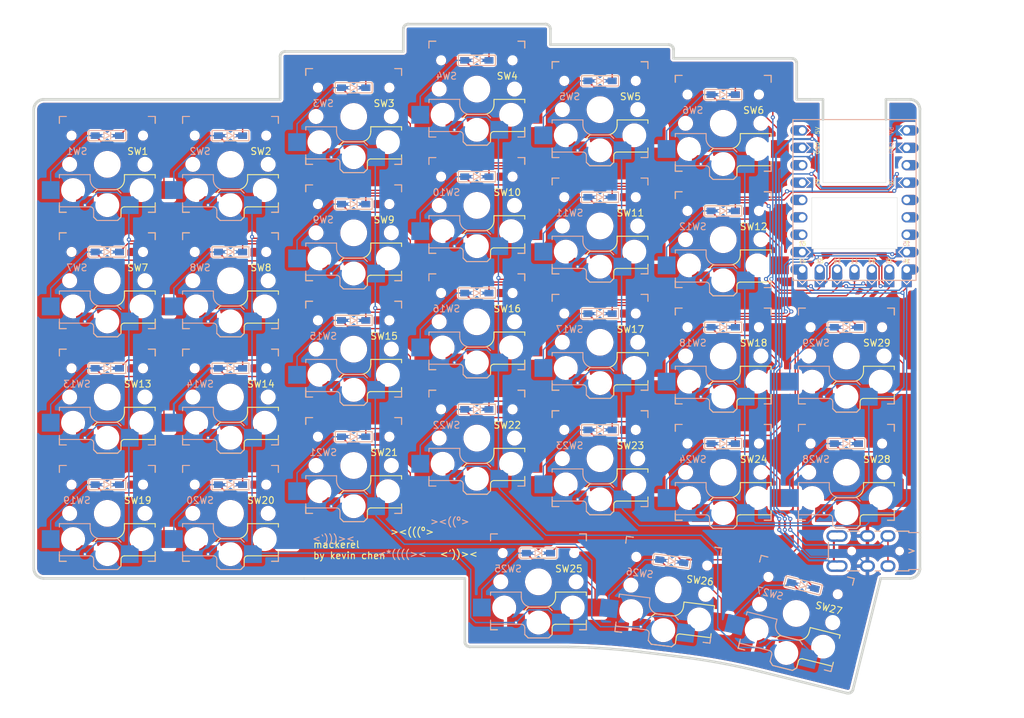
<source format=kicad_pcb>
(kicad_pcb (version 20240108) (generator "pcbnew") (generator_version "8.0")
  (layers (0 "F.Cu" signal) (31 "B.Cu" signal) (34 "B.Paste" user) (35 "F.Paste" user) (36 "B.SilkS" user "B.Silkscreen") (37 "F.SilkS" user "F.Silkscreen") (38 "B.Mask" user) (39 "F.Mask" user) (44 "Edge.Cuts" user))
  (net 0 "")
  (net 1 "/ROW4")
  (net 2 "Net-(D1-A)")
  (net 3 "Net-(D2-A)")
  (net 4 "Net-(D3-A)")
  (net 5 "Net-(D4-A)")
  (net 6 "Net-(D5-A)")
  (net 7 "Net-(D6-A)")
  (net 8 "/ROW3")
  (net 9 "Net-(D7-A)")
  (net 10 "Net-(D8-A)")
  (net 11 "Net-(D9-A)")
  (net 12 "Net-(D10-A)")
  (net 13 "Net-(D11-A)")
  (net 14 "Net-(D12-A)")
  (net 15 "Net-(D13-A)")
  (net 16 "/ROW2")
  (net 17 "Net-(D14-A)")
  (net 18 "Net-(D15-A)")
  (net 19 "Net-(D16-A)")
  (net 20 "Net-(D17-A)")
  (net 21 "Net-(D18-A)")
  (net 22 "Net-(D19-A)")
  (net 23 "/ROW1")
  (net 24 "Net-(D20-A)")
  (net 25 "Net-(D21-A)")
  (net 26 "Net-(D22-A)")
  (net 27 "Net-(D23-A)")
  (net 28 "Net-(D24-A)")
  (net 29 "Net-(D25-A)")
  (net 30 "/ROW0")
  (net 31 "Net-(D26-A)")
  (net 32 "Net-(D27-A)")
  (net 33 "Net-(D28-A)")
  (net 34 "Net-(D29-A)")
  (net 35 "GND")
  (net 36 "+5V")
  (net 37 "/RX")
  (net 38 "/COL5")
  (net 39 "/COL4")
  (net 40 "/COL3")
  (net 41 "/COL2")
  (net 42 "/COL1")
  (net 43 "/COL0")
  (footprint "mackerel:Kailh_socket_PG1350_reversible" (layer "F.Cu") (at 36 85)
    (property "Reference" "SW13")
    (property "Value" "SW_Push")
  )
  (footprint "mackerel:D3_SMD_modified" (layer "F.Cu") (at 137.670899 112.54819 166)
    (property "Reference" "D27" (hide yes))
    (property "Value" "1N4148W" (hide yes))
  )
  (footprint "mackerel:Kailh_socket_PG1350_reversible" (layer "F.Cu") (at 126 96)
    (property "Reference" "SW24")
    (property "Value" "SW_Push")
  )
  (footprint "mackerel:D3_SMD_modified" (layer "F.Cu") (at 72 73.8 180)
    (property "Reference" "D15" (hide yes))
    (property "Value" "1N4148W" (hide yes))
  )
  (footprint "mackerel:Kailh_socket_PG1350_reversible" (layer "F.Cu") (at 99 112)
    (property "Reference" "SW25")
    (property "Value" "SW_Push")
  )
  (footprint "mackerel:D3_SMD_modified" (layer "F.Cu") (at 126 74.8 180)
    (property "Reference" "D18" (hide yes))
    (property "Value" "1N4148W" (hide yes))
  )
  (footprint "mackerel:D3_SMD_modified" (layer "F.Cu") (at 54 63.8 180)
    (property "Reference" "D8" (hide yes))
    (property "Value" "1N4148W" (hide yes))
  )
  (footprint "mackerel:Kailh_socket_PG1350_reversible" (layer "F.Cu") (at 108 43)
    (property "Reference" "SW5")
    (property "Value" "SW_Push")
  )
  (footprint "mackerel:Kailh_socket_PG1350_reversible" (layer "F.Cu") (at 36 51)
    (property "Reference" "SW1")
    (property "Value" "SW_Push")
  )
  (footprint "mackerel:Kailh_socket_PG1350_reversible" (layer "F.Cu") (at 144 96)
    (property "Reference" "SW28")
    (property "Value" "SW_Push")
  )
  (footprint "mackerel:Kailh_socket_PG1350_reversible" (layer "F.Cu") (at 90 74)
    (property "Reference" "SW16")
    (property "Value" "SW_Push")
  )
  (footprint "mackerel:D3_SMD_modified" (layer "F.Cu") (at 108 55.8 180)
    (property "Reference" "D11" (hide yes))
    (property "Value" "1N4148W" (hide yes))
  )
  (footprint "mackerel:rp2040-zero-tht_modified-semi-reversible" (layer "F.Cu") (at 145.18 56.2)
    (property "Reference" "U1" (hide yes))
    (property "Value" "rp2040-zero" (hide yes))
    (fp_line (start -4.6 -11.75) (end -4.6 -2.55) (stroke (width 0.05)) (layer "Edge.Cuts"))
    (fp_line (start 4.6 -2.55) (end -4.6 -2.55) (stroke (width 0.05)) (layer "Edge.Cuts"))
    (fp_line (start 4.6 -2.55) (end 4.6 -11.75) (stroke (width 0.05)) (layer "Edge.Cuts"))
    (fp_rect (start -6.25 -0.35) (end 6.25 7.125) (stroke (width 0.05)) (fill none) (layer "Edge.Cuts"))
  )
  (footprint "mackerel:D3_SMD_modified" (layer "F.Cu") (at 72 56.8 180)
    (property "Reference" "D9" (hide yes))
    (property "Value" "1N4148W" (hide yes))
  )
  (footprint "mackerel:D3_SMD_modified" (layer "F.Cu") (at 126 91.8 180)
    (property "Reference" "D24" (hide yes))
    (property "Value" "1N4148W" (hide yes))
  )
  (footprint "mackerel:D3_SMD_modified" (layer "F.Cu") (at 99 107.8 180)
    (property "Reference" "D25" (hide yes))
    (property "Value" "1N4148W" (hide yes))
  )
  (footprint "mackerel:Kailh_socket_PG1350_reversible" (layer "F.Cu") (at 126 45)
    (property "Reference" "SW6")
    (property "Value" "SW_Push")
  )
  (footprint "mackerel:TRRS-3pin_modified" (layer "F.Cu") (at 153.272501 107.5 -90)
    (property "Reference" "J1")
    (property "Value" "MJ-4PP-9-kbd-corne-light-rescue" (hide yes))
  )
  (footprint "mackerel:D3_SMD_modified" (layer "F.Cu") (at 54 97.8 180)
    (property "Reference" "D20" (hide yes))
    (property "Value" "1N4148W" (hide yes))
  )
  (footprint "mackerel:Kailh_socket_PG1350_reversible" (layer "F.Cu") (at 126 62)
    (property "Reference" "SW12")
    (property "Value" "SW_Push")
  )
  (footprint "mackerel:Kailh_socket_PG1350_reversible" (layer "F.Cu") (at 136.654828 116.623432 -14)
    (property "Reference" "SW27")
    (property "Value" "SW_Push")
  )
  (footprint "mackerel:Kailh_socket_PG1350_reversible" (layer "F.Cu") (at 90 91)
    (property "Reference" "SW22")
    (property "Value" "SW_Push")
  )
  (footprint "mackerel:Kailh_socket_PG1350_reversible" (layer "F.Cu") (at 72 95)
    (property "Reference" "SW21")
    (property "Value" "SW_Push")
  )
  (footprint "mackerel:D3_SMD_modified" (layer "F.Cu") (at 126 40.8 180)
    (property "Reference" "D6" (hide yes))
    (property "Value" "1N4148W" (hide yes))
  )
  (footprint "mackerel:Kailh_socket_PG1350_reversible" (layer "F.Cu") (at 72 44)
    (property "Reference" "SW3")
    (property "Value" "SW_Push")
  )
  (footprint "mackerel:D3_SMD_modified" (layer "F.Cu") (at 72 90.8 180)
    (property "Reference" "D21" (hide yes))
    (property "Value" "1N4148W" (hide yes))
  )
  (footprint "mackerel:D3_SMD_modified" (layer "F.Cu") (at 90 35.8 180)
    (property "Reference" "D4" (hide yes))
    (property "Value" "1N4148W" (hide yes))
  )
  (footprint "mackerel:Kailh_socket_PG1350_reversible" (layer "F.Cu") (at 72 61)
    (property "Reference" "SW9")
    (property "Value" "SW_Push")
  )
  (footprint "mackerel:Kailh_socket_PG1350_reversible" (layer "F.Cu") (at 36 102)
    (property "Reference" "SW19")
    (property "Value" "SW_Push")
  )
  (footprint "mackerel:D3_SMD_modified" (layer "F.Cu") (at 36 63.8 180)
    (property "Reference" "D7" (hide yes))
    (property "Value" "1N4148W" (hide yes))
  )
  (footprint "mackerel:D3_SMD_modified" (layer "F.Cu") (at 108 72.8 180)
    (property "Reference" "D17" (hide yes))
    (property "Value" "1N4148W" (hide yes))
  )
  (footprint "mackerel:D3_SMD_modified" (layer "F.Cu") (at 108 89.8 180)
    (property "Reference" "D23" (hide yes))
    (property "Value" "1N4148W" (hide yes))
  )
  (footprint "mackerel:Kailh_socket_PG1350_reversible" (layer "F.Cu") (at 108 77)
    (property "Reference" "SW17")
    (property "Value" "SW_Push")
  )
  (footprint "mackerel:Kailh_socket_PG1350_reversible" (layer "F.Cu") (at 54 102)
    (property "Reference" "SW20")
    (property "Value" "SW_Push")
  )
  (footprint "mackerel:Kailh_socket_PG1350_reversible" (layer "F.Cu") (at 108 94)
    (property "Reference" "SW23")
    (property "Value" "SW_Push")
  )
  (footprint "mackerel:D3_SMD_modified" (layer "F.Cu") (at 54 46.8 180)
    (property "Reference" "D2" (hide yes))
    (property "Value" "1N4148W" (hide yes))
  )
  (footprint "mackerel:Kailh_socket_PG1350_reversible" (layer "F.Cu") (at 90 57)
    (property "Reference" "SW10")
    (property "Value" "SW_Push")
  )
  (footprint "mackerel:D3_SMD_modified" (layer "F.Cu") (at 72 39.8 180)
    (property "Reference" "D3" (hide yes))
    (property "Value" "1N4148W" (hide yes))
  )
  (footprint "mackerel:D3_SMD_modified" (layer "F.Cu") (at 90 52.8 180)
    (property "Reference" "D10" (hide yes))
    (property "Value" "1N4148W" (hide yes))
  )
  (footprint "mackerel:Kailh_socket_PG1350_reversible" (layer "F.Cu") (at 72 78)
    (property "Reference" "SW15")
    (property "Value" "SW_Push")
  )
  (footprint "mackerel:D3_SMD_modified" (layer "F.Cu") (at 108 38.8 180)
    (property "Reference" "D5" (hide yes))
    (property "Value" "1N4148W" (hide yes))
  )
  (footprint "mackerel:D3_SMD_modified" (layer "F.Cu") (at 36 97.8 180)
    (property "Reference" "D19" (hide yes))
    (property "Value" "1N4148W" (hide yes))
  )
  (footprint "mackerel:D3_SMD_modified" (layer "F.Cu") (at 54 80.8 180)
    (property "Reference" "D14" (hide yes))
    (property "Value" "1N4148W" (hide yes))
  )
  (footprint "mackerel:D3_SMD_modified" (layer "F.Cu") (at 144 91.8 180)
    (property "Reference" "D28" (hide yes))
    (property "Value" "1N4148W" (hide yes))
  )
  (footprint "mackerel:Kailh_socket_PG1350_reversible" (layer "F.Cu") (at 117.968804 113.160182 -7)
    (property "Reference" "SW26")
    (property "Value" "SW_Push")
  )
  (footprint "mackerel:Kailh_socket_PG1350_reversible" (layer "F.Cu") (at 108 60)
    (property "Reference" "SW11")
    (property "Value" "SW_Push")
  )
  (footprint "mackerel:D3_SMD_modified" (layer "F.Cu") (at 126 57.8 180)
    (property "Reference" "D12" (hide yes))
    (property "Value" "1N4148W" (hide yes))
  )
  (footprint "mackerel:Kailh_socket_PG1350_reversible" (layer "F.Cu") (at 54 85)
    (property "Reference" "SW14")
    (property "Value" "SW_Push")
  )
  (footprint "mackerel:D3_SMD_modified" (layer "F.Cu") (at 90 86.8 180)
    (property "Reference" "D22" (hide yes))
    (property "Value" "1N4148W" (hide yes))
  )
  (footprint "mackerel:Kailh_socket_PG1350_reversible" (layer "F.Cu") (at 144 79)
    (property "Reference" "SW29")
    (property "Value" "SW_Push")
  )
  (footprint "mackerel:D3_SMD_modified" (layer "F.Cu") (at 144 74.8 180)
    (property "Reference" "D29" (hide yes))
    (property "Value" "1N4148W" (hide yes))
  )
  (footprint "mackerel:Kailh_socket_PG1350_reversible" (layer "F.Cu") (at 126 79)
    (property "Reference" "SW18")
    (property "Value" "SW_Push")
  )
  (footprint "mackerel:D3_SMD_modified" (layer "F.Cu") (at 36 80.8 180)
    (property "Reference" "D13" (hide yes))
    (property "Value" "1N4148W" (hide yes))
  )
  (footprint "mackerel:D3_SMD_modified" (layer "F.Cu") (at 36 46.8 180)
    (property "Reference" "D1" (hide yes))
    (property "Value" "1N4148W" (hide yes))
  )
  (footprint "mackerel:D3_SMD_modified" (layer "F.Cu") (at 90 69.8 180)
    (property "Reference" "D16" (hide yes))
    (property "Value" "1N4148W" (hide yes))
  )
  (footprint "mackerel:Kailh_socket_PG1350_reversible" (layer "F.Cu") (at 36 68)
    (property "Reference" "SW7")
    (property "Value" "SW_Push")
  )
  (footprint "mackerel:D3_SMD_modified" (layer "F.Cu") (at 118.480655 108.991489 173)
    (property "Reference" "D26" (hide yes))
    (property "Value" "1N4148W" (hide yes))
  )
  (footprint "mackerel:Kailh_socket_PG1350_reversible" (layer "F.Cu") (at 54 68)
    (property "Reference" "SW8")
    (property "Value" "SW_Push")
  )
  (footprint "mackerel:Kailh_socket_PG1350_reversible" (layer "F.Cu") (at 54 51)
    (property "Reference" "SW2")
    (property "Value" "SW_Push")
  )
  (footprint "mackerel:Kailh_socket_PG1350_reversible" (layer "F.Cu") (at 90 40)
    (property "Reference" "SW4")
    (property "Value" "SW_Push")
  )
  (gr_line (start 26.527013 111.483563) (end 26.600261 111.492661) (stroke (width 0.377952) (color 100 100 100 1)) (layer "Edge.Cuts"))
  (gr_line (start 153.764265 41.591015) (end 153.694568 41.567432) (stroke (width 0.377952) (color 100 100 100 1)) (layer "Edge.Cuts"))
  (gr_line (start 154.531354 42.222192) (end 154.492337 42.161332) (stroke (width 0.377952) (color 100 100 100 1)) (layer "Edge.Cuts"))
  (gr_line (start 118.577236 33.772932) (end 118.553663 33.745719) (stroke (width 0.377952) (color 100 100 100 1)) (layer "Edge.Cuts"))
  (gr_line (start 61.248521 41.5) (end 26.748517 41.5) (stroke (width 0.377952) (color 100 100 100 1)) (layer "Edge.Cuts"))
  (gr_line (start 79.249446 31.212813) (end 79.248524 31.250004) (stroke (width 0.377952) (color 100 100 100 1)) (layer "Edge.Cuts"))
  (gr_line (start 25.250361 42.925615) (end 25.248517 42.999996) (stroke (width 0.377952) (color 100 100 100 1)) (layer "Edge.Cuts"))
  (gr_line (start 124.144281 123.595705) (end 125.647719 123.862496) (stroke (width 0.377952) (color 100 100 100 1)) (layer "Edge.Cuts"))
  (gr_line (start 88.961328 121.499079) (end 88.998517 121.500001) (stroke (width 0.377952) (color 100 100 100 1)) (layer "Edge.Cuts"))
  (gr_line (start 118.221525 33.533721) (end 118.185935 33.523615) (stroke (width 0.377952) (color 100 100 100 1)) (layer "Edge.Cuts"))
  (gr_line (start 100.145518 30.514545) (end 100.10927 30.50822) (stroke (width 0.377952) (color 100 100 100 1)) (layer "Edge.Cuts"))
  (gr_line (start 118.63992 33.861099) (end 118.620412 33.830669) (stroke (width 0.377952) (color 100 100 100 1)) (layer "Edge.Cuts"))
  (gr_line (start 153.325703 41.501947) (end 153.248513 41.499995) (stroke (width 0.377952) (color 100 100 100 1)) (layer "Edge.Cuts"))
  (gr_line (start 79.924391 30.503671) (end 79.887766 30.50822) (stroke (width 0.377952) (color 100 100 100 1)) (layer "Edge.Cuts"))
  (gr_line (start 154.681076 42.553944) (end 154.657494 42.484248) (stroke (width 0.377952) (color 100 100 100 1)) (layer "Edge.Cuts"))
  (gr_line (start 136.383579 35.606396) (end 136.351679 35.588355) (stroke (width 0.377952) (color 100 100 100 1)) (layer "Edge.Cuts"))
  (gr_line (start 26.748517 111.500001) (end 64.748517 111.500001) (stroke (width 0.377952) (color 100 100 100 1)) (layer "Edge.Cuts"))
  (gr_line (start 154.087179 111.243825) (end 154.145988 111.202005) (stroke (width 0.377952) (color 100 100 100 1)) (layer "Edge.Cuts"))
  (gr_line (start 88.645351 121.411647) (end 88.678057 121.428091) (stroke (width 0.377952) (color 100 100 100 1)) (layer "Edge.Cuts"))
  (gr_line (start 88.336872 121.103171) (end 88.354913 121.135071) (stroke (width 0.377952) (color 100 100 100 1)) (layer "Edge.Cuts"))
  (gr_line (start 144.967202 127.714189) (end 149.00985 111.500001) (stroke (width 0.377952) (color 100 100 100 1)) (layer "Edge.Cuts"))
  (gr_line (start 88.613451 121.393607) (end 88.645351 121.411647) (stroke (width 0.377952) (color 100 100 100 1)) (layer "Edge.Cuts"))
  (gr_line (start 122.636855 123.351886) (end 124.144281 123.595705) (stroke (width 0.377952) (color 100 100 100 1)) (layer "Edge.Cuts"))
  (gr_line (start 128.641586 124.464803) (end 130.131489 124.800221) (stroke (width 0.377952) (color 100 100 100 1)) (layer "Edge.Cuts"))
  (gr_line (start 154.087179 41.756172) (end 154.026319 41.717156) (stroke (width 0.377952) (color 100 100 100 1)) (layer "Edge.Cuts"))
  (gr_line (start 118.599501 33.801264) (end 118.577236 33.772932) (stroke (width 0.377952) (color 100 100 100 1)) (layer "Edge.Cuts"))
  (gr_line (start 88.395686 121.196208) (end 88.418366 121.225323) (stroke (width 0.377952) (color 100 100 100 1)) (layer "Edge.Cuts"))
  (gr_line (start 154.202654 41.842523) (end 154.145988 41.797992) (stroke (width 0.377952) (color 100 100 100 1)) (layer "Edge.Cuts"))
  (gr_line (start 79.645349 30.588355) (end 79.613449 30.606396) (stroke (width 0.377952) (color 100 100 100 1)) (layer "Edge.Cuts"))
  (gr_line (start 154.748513 110.000001) (end 154.748513 105.500001) (stroke (width 0.377952) (color 100 100 100 1)) (layer "Edge.Cuts"))
  (gr_line (start 100.181329 30.52262) (end 100.145518 30.514545) (stroke (width 0.377952) (color 100 100 100 1)) (layer "Edge.Cuts"))
  (gr_line (start 144.461653 128.249193) (end 144.495898 128.237626) (stroke (width 0.377952) (color 100 100 100 1)) (layer "Edge.Cuts"))
  (gr_line (start 118.256374 33.545512) (end 118.221525 33.533721) (stroke (width 0.377952) (color 100 100 100 1)) (layer "Edge.Cuts"))
  (gr_line (start 61.248521 35.249995) (end 61.248521 41.5) (stroke (width 0.377952) (color 100 100 100 1)) (layer "Edge.Cuts"))
  (gr_line (start 118.674543 33.924845) (end 118.65798 33.892507) (stroke (width 0.377952) (color 100 100 100 1)) (layer "Edge.Cuts"))
  (gr_line (start 136.554485 35.74662) (end 136.52884 35.71967) (stroke (width 0.377952) (color 100 100 100 1)) (layer "Edge.Cuts"))
  (gr_line (start 25.336353 110.505764) (end 25.362698 110.574029) (stroke (width 0.377952) (color 100 100 100 1)) (layer "Edge.Cuts"))
  (gr_line (start 25.313355 42.563744) (end 25.293756 42.634371) (stroke (width 0.377952) (color 100 100 100 1)) (layer "Edge.Cuts"))
  (gr_line (start 154.145988 41.797992) (end 154.087179 41.756172) (stroke (width 0.377952) (color 100 100 100 1)) (layer "Edge.Cuts"))
  (gr_line (start 61.494238 34.694835) (end 61.468191 34.719668) (stroke (width 0.377952) (color 100 100 100 1)) (layer "Edge.Cuts"))
  (gr_line (start 100.44472 30.647168) (end 100.414616 30.626009) (stroke (width 0.377952) (color 100 100 100 1)) (layer "Edge.Cuts"))
  (gr_line (start 61.673364 34.573959) (end 61.641026 34.590521) (stroke (width 0.377952) (color 100 100 100 1)) (layer "Edge.Cuts"))
  (gr_line (start 118.417831 33.62809) (end 118.387401 33.608582) (stroke (width 0.377952) (color 100 100 100 1)) (layer "Edge.Cuts"))
  (gr_line (start 144.839383 127.983188) (end 144.860653 127.95339) (stroke (width 0.377952) (color 100 100 100 1)) (layer "Edge.Cuts"))
  (gr_line (start 136.740293 36.139249) (end 136.733968 36.103) (stroke (width 0.377952) (color 100 100 100 1)) (layer "Edge.Cuts"))
  (gr_line (start 153.832382 111.382124) (end 153.898826 111.352085) (stroke (width 0.377952) (color 100 100 100 1)) (layer "Edge.Cuts"))
  (gr_line (start 61.811082 34.523613) (end 61.775492 34.53372) (stroke (width 0.377952) (color 100 100 100 1)) (layer "Edge.Cuts"))
  (gr_line (start 136.744843 36.175874) (end 136.740293 36.139249) (stroke (width 0.377952) (color 100 100 100 1)) (layer "Edge.Cuts"))
  (gr_line (start 25.362698 110.574029) (end 25.39234 110.640929) (stroke (width 0.377952) (color 100 100 100 1)) (layer "Edge.Cuts"))
  (gr_line (start 136.748513 41.5) (end 136.748513 36.250004) (stroke (width 0.377952) (color 100 100 100 1)) (layer "Edge.Cuts"))
  (gr_line (start 106.401188 121.604945) (end 107.92592 121.686524) (stroke (width 0.377952) (color 100 100 100 1)) (layer "Edge.Cuts"))
  (gr_line (start 61.419785 34.772928) (end 61.397519 34.80126) (stroke (width 0.377952) (color 100 100 100 1)) (layer "Edge.Cuts"))
  (gr_line (start 25.636565 111.00677) (end 25.687857 111.06067) (stroke (width 0.377952) (color 100 100 100 1)) (layer "Edge.Cuts"))
  (gr_line (start 100.733975 31.103) (end 100.7259 31.067188) (stroke (width 0.377952) (color 100 100 100 1)) (layer "Edge.Cuts"))
  (gr_line (start 136.145511 35.514545) (end 136.109263 35.50822) (stroke (width 0.377952) (color 100 100 100 1)) (layer "Edge.Cuts"))
  (gr_line (start 118.185935 33.523615) (end 118.149649 33.51524) (stroke (width 0.377952) (color 100 100 100 1)) (layer "Edge.Cuts"))
  (gr_line (start 25.39234 110.640929) (end 25.425227 110.70634) (stroke (width 0.377952) (color 100 100 100 1)) (layer "Edge.Cuts"))
  (gr_line (start 100.64212 30.864933) (end 100.622507 30.8339) (stroke (width 0.377952) (color 100 100 100 1)) (layer "Edge.Cuts"))
  (gr_line (start 136.109263 35.50822) (end 136.072639 35.503671) (stroke (width 0.377952) (color 100 100 100 1)) (layer "Edge.Cuts"))
  (gr_line (start 61.272133 35.062559) (end 61.263758 35.098844) (stroke (width 0.377952) (color 100 100 100 1)) (layer "Edge.Cuts"))
  (gr_line (start 79.442537 30.74662) (end 79.418363 30.774682) (stroke (width 0.377952) (color 100 100 100 1)) (layer "Edge.Cuts"))
  (gr_line (start 125.647719 123.862496) (end 127.146908 124.152212) (stroke (width 0.377952) (color 100 100 100 1)) (layer "Edge.Cuts"))
  (gr_line (start 154.748513 43.000001) (end 154.746561 42.922811) (stroke (width 0.377952) (color 100 100 100 1)) (layer "Edge.Cuts"))
  (gr_line (start 100.747599 31.212813) (end 100.74485 31.175874) (stroke (width 0.377952) (color 100 100 100 1)) (layer "Edge.Cuts"))
  (gr_line (start 61.30746 34.958062) (end 61.294031 34.992121) (stroke (width 0.377952) (color 100 100 100 1)) (layer "Edge.Cuts"))
  (gr_line (start 140.58 41.499999) (end 140.58 44.45) (stroke (width 0.377952)) (layer "Edge.Cuts"))
  (gr_line (start 154.73123 110.228437) (end 154.740769 110.153368) (stroke (width 0.377952) (color 100 100 100 1)) (layer "Edge.Cuts"))
  (gr_line (start 25.978381 41.71279) (end 25.916316 41.752016) (stroke (width 0.377952) (color 100 100 100 1)) (layer "Edge.Cuts"))
  (gr_line (start 118.355993 33.590523) (end 118.323655 33.573961) (stroke (width 0.377952) (color 100 100 100 1)) (layer "Edge.Cuts"))
  (gr_line (start 25.588214 110.950644) (end 25.636565 111.00677) (stroke (width 0.377952) (color 100 100 100 1)) (layer "Edge.Cuts"))
  (gr_line (start 118.748505 34.250001) (end 118.747529 34.211406) (stroke (width 0.377952) (color 100 100 100 1)) (layer "Edge.Cuts"))
  (gr_line (start 25.250361 110.074382) (end 25.255857 110.148258) (stroke (width 0.377952) (color 100 100 100 1)) (layer "Edge.Cuts"))
  (gr_line (start 153.832382 41.617873) (end 153.764265 41.591015) (stroke (width 0.377952) (color 100 100 100 1)) (layer "Edge.Cuts"))
  (gr_line (start 153.325703 111.498049) (end 153.40188 111.492257) (stroke (width 0.377952) (color 100 100 100 1)) (layer "Edge.Cuts"))
  (gr_line (start 144.095722 128.268851) (end 144.133379 128.275256) (stroke (width 0.377952) (color 100 100 100 1)) (layer "Edge.Cuts"))
  (gr_line (start 118.112716 33.508645) (end 118.075181 33.503875) (stroke (width 0.377952) (color 100 100 100 1)) (layer "Edge.Cuts"))
  (gr_line (start 144.860653 127.95339) (end 144.880525 127.92243) (stroke (width 0.377952) (color 100 100 100 1)) (layer "Edge.Cuts"))
  (gr_line (start 118.475569 33.671265) (end 118.447236 33.649) (stroke (width 0.377952) (color 100 100 100 1)) (layer "Edge.Cuts"))
  (gr_line (start 144.355556 128.2739) (end 144.391425 128.267364) (stroke (width 0.377952) (color 100 100 100 1)) (layer "Edge.Cuts"))
  (gr_line (start 100.473835 30.669849) (end 100.44472 30.647168) (stroke (width 0.377952) (color 100 100 100 1)) (layer "Edge.Cuts"))
  (gr_line (start 88.552314 121.352835) (end 88.582418 121.373994) (stroke (width 0.377952) (color 100 100 100 1)) (layer "Edge.Cuts"))
  (gr_line (start 118.744632 34.173318) (end 118.739862 34.135783) (stroke (width 0.377952) (color 100 100 100 1)) (layer "Edge.Cuts"))
  (gr_line (start 25.461309 42.229863) (end 25.425227 42.293663) (stroke (width 0.377952) (color 100 100 100 1)) (layer "Edge.Cuts"))
  (gr_line (start 144.816773 128.01179) (end 144.839383 127.983188) (stroke (width 0.377952) (color 100 100 100 1)) (layer "Edge.Cuts"))
  (gr_line (start 79.495133 30.694025) (end 79.468182 30.71967) (stroke (width 0.377952) (color 100 100 100 1)) (layer "Edge.Cuts"))
  (gr_line (start 136.57866 35.774682) (end 136.554485 35.74662) (stroke (width 0.377952) (color 100 100 100 1)) (layer "Edge.Cuts"))
  (gr_line (start 100.072647 30.503671) (end 100.03571 30.500923) (stroke (width 0.377952) (color 100 100 100 1)) (layer "Edge.Cuts"))
  (gr_line (start 136.414612 35.626009) (end 136.383579 35.606396) (stroke (width 0.377952) (color 100 100 100 1)) (layer "Edge.Cuts"))
  (gr_line (start 88.92439 121.496331) (end 88.961328 121.499079) (stroke (width 0.377952) (color 100 100 100 1)) (layer "Edge.Cuts"))
  (gr_line (start 153.963503 111.31896) (end 154.026319 111.282842) (stroke (width 0.377952) (color 100 100 100 1)) (layer "Edge.Cuts"))
  (gr_line (start 149.78 44.45) (end 149.78 41.499999) (stroke (width 0.377952)) (layer "Edge.Cuts"))
  (gr_line (start 25.293756 42.634371) (end 25.277606 42.705995) (stroke (width 0.377952) (color 100 100 100 1)) (layer "Edge.Cuts"))
  (gr_line (start 136.444716 35.647168) (end 136.414612 35.626009) (stroke (width 0.377952) (color 100 100 100 1)) (layer "Edge.Cuts"))
  (gr_line (start 154.718038 110.302304) (end 154.73123 110.228437) (stroke (width 0.377952) (color 100 100 100 1)) (layer "Edge.Cuts"))
  (gr_line (start 25.741755 41.888047) (end 25.687857 41.939339) (stroke (width 0.377952) (color 100 100 100 1)) (layer "Edge.Cuts"))
  (gr_line (start 100.285528 30.557091) (end 100.251396 30.543918) (stroke (width 0.377952) (color 100 100 100 1)) (layer "Edge.Cuts"))
  (gr_line (start 61.282239 35.026969) (end 61.272133 35.062559) (stroke (width 0.377952) (color 100 100 100 1)) (layer "Edge.Cuts"))
  (gr_line (start 118.689562 33.958067) (end 118.674543 33.924845) (stroke (width 0.377952) (color 100 100 100 1)) (layer "Edge.Cuts"))
  (gr_line (start 88.25219 120.82413) (end 88.256739 120.860754) (stroke (width 0.377952) (color 100 100 100 1)) (layer "Edge.Cuts"))
  (gr_line (start 26.674137 41.501843) (end 26.600261 41.507339) (stroke (width 0.377952) (color 100 100 100 1)) (layer "Edge.Cuts"))
  (gr_line (start 25.79788 111.160312) (end 25.856108 111.205672) (stroke (width 0.377952) (color 100 100 100 1)) (layer "Edge.Cuts"))
  (gr_line (start 25.687857 41.939339) (end 25.636565 41.993237) (stroke (width 0.377952) (color 100 100 100 1)) (layer "Edge.Cuts"))
  (gr_line (start 136.351679 35.588355) (end 136.318973 35.571912) (stroke (width 0.377952) (color 100 100 100 1)) (layer "Edge.Cuts"))
  (gr_line (start 154.309174 41.939336) (end 154.25708 41.889669) (stroke (width 0.377952) (color 100 100 100 1)) (layer "Edge.Cuts"))
  (gr_line (start 100.7259 31.067188) (end 100.7161 31.031874) (stroke (width 0.377952) (color 100 100 100 1)) (layer "Edge.Cuts"))
  (gr_line (start 100.691427 30.962988) (end 100.676606 30.929538) (stroke (width 0.377952) (color 100 100 100 1)) (layer "Edge.Cuts"))
  (gr_line (start 153.248513 41.499995) (end 151.248505 41.5) (stroke (width 0.377952) (color 100 100 100 1)) (layer "Edge.Cuts"))
  (gr_line (start 154.145988 111.202005) (end 154.202654 111.157475) (stroke (width 0.377952) (color 100 100 100 1)) (layer "Edge.Cuts"))
  (gr_line (start 107.92592 121.686524) (end 109.44923 121.791375) (stroke (width 0.377952) (color 100 100 100 1)) (layer "Edge.Cuts"))
  (gr_line (start 131.616357 125.158418) (end 144.058038 128.260461) (stroke (width 0.377952) (color 100 100 100 1)) (layer "Edge.Cuts"))
  (gr_line (start 144.529488 128.22445) (end 144.562365 128.209701) (stroke (width 0.377952) (color 100 100 100 1)) (layer "Edge.Cuts"))
  (gr_line (start 109.44923 121.791375) (end 110.970852 121.919481) (stroke (width 0.377952) (color 100 100 100 1)) (layer "Edge.Cuts"))
  (gr_line (start 154.026319 111.282842) (end 154.087179 111.243825) (stroke (width 0.377952) (color 100 100 100 1)) (layer "Edge.Cuts"))
  (gr_line (start 118.747529 34.211406) (end 118.744632 34.173318) (stroke (width 0.377952) (color 100 100 100 1)) (layer "Edge.Cuts"))
  (gr_line (start 118.528829 33.719672) (end 118.502782 33.694838) (stroke (width 0.377952) (color 100 100 100 1)) (layer "Edge.Cuts"))
  (gr_line (start 144.944891 127.787656) (end 144.956917 127.7514) (stroke (width 0.377952) (color 100 100 100 1)) (layer "Edge.Cuts"))
  (gr_line (start 121.125705 123.131087) (end 122.636855 123.351886) (stroke (width 0.377952) (color 100 100 100 1)) (layer "Edge.Cuts"))
  (gr_line (start 154.657494 110.515753) (end 154.681076 110.446056) (stroke (width 0.377952) (color 100 100 100 1)) (layer "Edge.Cuts"))
  (gr_line (start 88.887767 121.491782) (end 88.92439 121.496331) (stroke (width 0.377952) (color 100 100 100 1)) (layer "Edge.Cuts"))
  (gr_line (start 79.780391 30.53242) (end 79.745637 30.543918) (stroke (width 0.377952) (color 100 100 100 1)) (layer "Edge.Cuts"))
  (gr_line (start 61.376609 34.830665) (end 61.357101 34.861095) (stroke (width 0.377952) (color 100 100 100 1)) (layer "Edge.Cuts"))
  (gr_line (start 118.323655 33.573961) (end 118.290432 33.558941) (stroke (width 0.377952) (color 100 100 100 1)) (layer "Edge.Cuts"))
  (gr_line (start 64.748517 111.500001) (end 88.248521 111.500001) (stroke (width 0.377952) (color 100 100 100 1)) (layer "Edge.Cuts"))
  (gr_line (start 144.767757 128.065266) (end 144.792878 128.03916) (stroke (width 0.377952) (color 100 100 100 1)) (layer "Edge.Cuts"))
  (gr_line (start 79.248524 31.250004) (end 79.248513 34.500002) (stroke (width 0.377952) (color 100 100 100 1)) (layer "Edge.Cuts"))
  (gr_line (start 154.740769 42.846634) (end 154.73123 42.771564) (stroke (width 0.377952) (color 100 100 100 1)) (layer "Edge.Cuts"))
  (gr_line (start 154.25708 111.110329) (end 154.309174 111.060662) (stroke (width 0.377952) (color 100 100 100 1)) (layer "Edge.Cuts"))
  (gr_line (start 100.383583 30.606396) (end 100.351683 30.588355) (stroke (width 0.377952) (color 100 100 100 1)) (layer "Edge.Cuts"))
  (gr_line (start 61.443357 34.745715) (end 61.419785 34.772928) (stroke (width 0.377952) (color 100 100 100 1)) (layer "Edge.Cuts"))
  (gr_line (start 61.921835 34.503874) (end 61.884301 34.508643) (stroke (width 0.377952) (color 100 100 100 1)) (layer "Edge.Cuts"))
  (gr_line (start 136.072639 35.503671) (end 136.035702 35.500923) (stroke (width 0.377952) (color 100 100 100 1)) (layer "Edge.Cuts"))
  (gr_line (start 100.748521 33.500003) (end 100.748521 31.250004) (stroke (width 0.377952) (color 100 100 100 1)) (layer "Edge.Cuts"))
  (gr_line (start 154.492337 42.161332) (end 154.450517 42.102522) (stroke (width 0.377952) (color 100 100 100 1)) (layer "Edge.Cuts"))
  (gr_line (start 153.40188 41.50774) (end 153.325703 41.501947) (stroke (width 0.377952) (color 100 100 100 1)) (layer "Edge.Cuts"))
  (gr_line (start 26.600261 41.507339) (end 26.527013 41.516437) (stroke (width 0.377952) (color 100 100 100 1)) (layer "Edge.Cuts"))
  (gr_line (start 79.552311 30.647168) (end 79.523196 30.669849) (stroke (width 0.377952) (color 100 100 100 1)) (layer "Edge.Cuts"))
  (gr_line (start 144.625753 128.175617) (end 144.65615 128.156352) (stroke (width 0.377952) (color 100 100 100 1)) (layer "Edge.Cuts"))
  (gr_line (start 136.704593 35.99712) (end 136.691419 35.962988) (stroke (width 0.377952) (color 100 100 100 1)) (layer "Edge.Cuts"))
  (gr_line (start 26.382891 41.545236) (end 26.312264 41.564835) (stroke (width 0.377952) (color 100 100 100 1)) (layer "Edge.Cuts"))
  (gr_line (start 61.263758 35.098844) (end 61.257162 35.135778) (stroke (width 0.377952) (color 100 100 100 1)) (layer "Edge.Cuts"))
  (gr_line (start 136.52884 35.71967) (end 136.501891 35.694025) (stroke (width 0.377952) (color 100 100 100 1)) (layer "Edge.Cuts"))
  (gr_line (start 154.740769 110.153368) (end 154.746561 110.077191) (stroke (width 0.377952) (color 100 100 100 1)) (layer "Edge.Cuts"))
  (gr_line (start 136.251391 35.543918) (end 136.216637 35.53242) (stroke (width 0.377952) (color 100 100 100 1)) (layer "Edge.Cuts"))
  (gr_line (start 61.998517 34.500002) (end 61.959922 34.500978) (stroke (width 0.377952) (color 100 100 100 1)) (layer "Edge.Cuts"))
  (gr_line (start 88.780393 121.467582) (end 88.815707 121.477382) (stroke (width 0.377952) (color 100 100 100 1)) (layer "Edge.Cuts"))
  (gr_line (start 26.242757 111.412169) (end 26.312265 111.435166) (stroke (width 0.377952) (color 100 100 100 1)) (layer "Edge.Cuts"))
  (gr_line (start 144.282596 128.281701) (end 144.319261 128.278691) (stroke (width 0.377952) (color 100 100 100 1)) (layer "Edge.Cuts"))
  (gr_line (start 154.681076 110.446056) (end 154.701289 110.374875) (stroke (width 0.377952) (color 100 100 100 1)) (layer "Edge.Cuts"))
  (gr_line (start 100.578668 30.774682) (end 100.554493 30.74662) (stroke (width 0.377952) (color 100 100 100 1)) (layer "Edge.Cuts"))
  (gr_line (start 100.7161 31.031874) (end 100.7046 30.99712) (stroke (width 0.377952) (color 100 100 100 1)) (layer "Edge.Cuts"))
  (gr_line (start 144.495898 128.237626) (end 144.529488 128.22445) (stroke (width 0.377952) (color 100 100 100 1)) (layer "Edge.Cuts"))
  (gr_line (start 154.405987 110.954142) (end 154.450517 110.897476) (stroke (width 0.377952) (color 100 100 100 1)) (layer "Edge.Cuts"))
  (gr_line (start 79.271142 31.06719) (end 79.263067 31.103002) (stroke (width 0.377952) (color 100 100 100 1)) (layer "Edge.Cuts"))
  (gr_line (start 26.600261 111.492661) (end 26.674137 111.498158) (stroke (width 0.377952) (color 100 100 100 1)) (layer "Edge.Cuts"))
  (gr_line (start 100.03571 30.500923) (end 99.998521 30.500001) (stroke (width 0.377952) (color 100 100 100 1)) (layer "Edge.Cuts"))
  (gr_line (start 88.711507 121.442911) (end 88.745639 121.456084) (stroke (width 0.377952) (color 100 100 100 1)) (layer "Edge.Cuts"))
  (gr_line (start 154.567472 110.714991) (end 154.600597 110.650314) (stroke (width 0.377952) (color 100 100 100 1)) (layer "Edge.Cuts"))
  (gr_line (start 100.351683 30.588355) (end 100.318978 30.571912) (stroke (width 0.377952) (color 100 100 100 1)) (layer "Edge.Cuts"))
  (gr_line (start 144.391425 128.267364) (end 144.426809 128.259117) (stroke (width 0.377952) (color 100 100 100 1)) (layer "Edge.Cuts"))
  (gr_line (start 26.042181 41.676707) (end 25.978381 41.71279) (stroke (width 0.377952) (color 100 100 100 1)) (layer "Edge.Cuts"))
  (gr_line (start 118.739862 34.135783) (end 118.733266 34.09885) (stroke (width 0.377952) (color 100 100 100 1)) (layer "Edge.Cuts"))
  (gr_line (start 136.285523 35.557091) (end 136.251391 35.543918) (stroke (width 0.377952) (color 100 100 100 1)) (layer "Edge.Cuts"))
  (gr_line (start 88.442543 121.253386) (end 88.46819 121.280335) (stroke (width 0.377952) (color 100 100 100 1)) (layer "Edge.Cuts"))
  (gr_line (start 138.748505 41.5) (end 136.748513 41.5) (stroke (width 0.377952) (color 100 100 100 1)) (layer "Edge.Cuts"))
  (gr_line (start 144.170953 128.279709) (end 144.208384 128.282244) (stroke (width 0.377952) (color 100 100 100 1)) (layer "Edge.Cuts"))
  (gr_line (start 103.34851 121.511667) (end 104.875296 121.546654) (stroke (width 0.377952) (color 100 100 100 1)) (layer "Edge.Cuts"))
  (gr_line (start 88.374526 121.166104) (end 88.395686 121.196208) (stroke (width 0.377952) (color 100 100 100 1)) (layer "Edge.Cuts"))
  (gr_line (start 153.694568 111.432564) (end 153.764265 111.408982) (stroke (width 0.377952) (color 100 100 100 1)) (layer "Edge.Cuts"))
  (gr_line (start 79.418363 30.774682) (end 79.395683 30.803796) (stroke (width 0.377952) (color 100 100 100 1)) (layer "Edge.Cuts"))
  (gr_line (start 144.792878 128.03916) (end 144.816773 128.01179) (stroke (width 0.377952) (color 100 100 100 1)) (layer "Edge.Cuts"))
  (gr_line (start 61.397519 34.80126) (end 61.376609 34.830665) (stroke (width 0.377952) (color 100 100 100 1)) (layer "Edge.Cuts"))
  (gr_line (start 26.382892 111.454764) (end 26.454515 111.470914) (stroke (width 0.377952) (color 100 100 100 1)) (layer "Edge.Cuts"))
  (gr_line (start 154.309174 111.060662) (end 154.358841 111.008568) (stroke (width 0.377952) (color 100 100 100 1)) (layer "Edge.Cuts"))
  (gr_line (start 88.305608 121.037015) (end 88.320429 121.070465) (stroke (width 0.377952) (color 100 100 100 1)) (layer "Edge.Cuts"))
  (gr_line (start 153.476949 111.482718) (end 153.550816 111.469526) (stroke (width 0.377952) (color 100 100 100 1)) (layer "Edge.Cuts"))
  (gr_line (start 100.554493 30.74662) (end 100.528847 30.71967) (stroke (width 0.377952) (color 100 100 100 1)) (layer "Edge.Cuts"))
  (gr_line (start 153.623387 111.452777) (end 153.694568 111.432564) (stroke (width 0.377952) (color 100 100 100 1)) (layer "Edge.Cuts"))
  (gr_line (start 144.915847 127.857161) (end 144.931182 127.822921) (stroke (width 0.377952) (color 100 100 100 1)) (layer "Edge.Cuts"))
  (gr_line (start 144.931182 127.822921) (end 144.944891 127.787656) (stroke (width 0.377952) (color 100 100 100 1)) (layer "Edge.Cuts"))
  (gr_line (start 79.613449 30.606396) (end 79.582416 30.626009) (stroke (width 0.377952) (color 100 100 100 1)) (layer "Edge.Cuts"))
  (gr_line (start 136.181323 35.52262) (end 136.145511 35.514545) (stroke (width 0.377952) (color 100 100 100 1)) (layer "Edge.Cuts"))
  (gr_line (start 79.961329 30.500923) (end 79.924391 30.503671) (stroke (width 0.377952) (color 100 100 100 1)) (layer "Edge.Cuts"))
  (gr_line (start 136.60134 35.803796) (end 136.57866 35.774682) (stroke (width 0.377952) (color 100 100 100 1)) (layer "Edge.Cuts"))
  (gr_line (start 100.748521 31.250004) (end 100.747599 31.212813) (stroke (width 0.377952) (color 100 100 100 1)) (layer "Edge.Cuts"))
  (gr_line (start 26.527013 41.516437) (end 26.454515 41.529086) (stroke (width 0.377952) (color 100 100 100 1)) (layer "Edge.Cuts"))
  (gr_line (start 61.257162 35.135778) (end 61.252393 35.173312) (stroke (width 0.377952) (color 100 100 100 1)) (layer "Edge.Cuts"))
  (gr_line (start 154.202654 111.157475) (end 154.25708 111.110329) (stroke (width 0.377952) (color 100 100 100 1)) (layer "Edge.Cuts"))
  (gr_line (start 61.357101 34.861095) (end 61.339042 34.892502) (stroke (width 0.377952) (color 100 100 100 1)) (layer "Edge.Cuts"))
  (gr_line (start 88.678057 121.428091) (end 88.711507 121.442911) (stroke (width 0.377952) (color 100 100 100 1)) (layer "Edge.Cuts"))
  (gr_line (start 88.354913 121.135071) (end 88.374526 121.166104) (stroke (width 0.377952) (color 100 100 100 1)) (layer "Edge.Cuts"))
  (gr_line (start 79.354913 30.864934) (end 79.336873 30.896834) (stroke (width 0.377952) (color 100 100 100 1)) (layer "Edge.Cuts"))
  (gr_line (start 79.30561 30.96299) (end 79.292439 30.997122) (stroke (width 0.377952) (color 100 100 100 1)) (layer "Edge.Cuts"))
  (gr_line (start 79.280941 31.031876) (end 79.271142 31.06719) (stroke (width 0.377952) (color 100 100 100 1)) (layer "Edge.Cuts"))
  (gr_line (start 136.676598 35.929538) (end 136.660154 35.896833) (stroke (width 0.377952) (color 100 100 100 1)) (layer "Edge.Cuts"))
  (gr_line (start 25.362698 42.425973) (end 25.336353 42.494237) (stroke (width 0.377952) (color 100 100 100 1)) (layer "Edge.Cuts"))
  (gr_line (start 79.292439 30.997122) (end 79.280941 31.031876) (stroke (width 0.377952) (color 100 100 100 1)) (layer "Edge.Cuts"))
  (gr_line (start 26.174492 41.614178) (end 26.107592 41.64382) (stroke (width 0.377952) (color 100 100 100 1)) (layer "Edge.Cuts"))
  (gr_line (start 100.740301 31.139249) (end 100.733975 31.103) (stroke (width 0.377952) (color 100 100 100 1)) (layer "Edge.Cuts"))
  (gr_line (start 88.256739 120.860754) (end 88.263064 120.897003) (stroke (width 0.377952) (color 100 100 100 1)) (layer "Edge.Cuts"))
  (gr_line (start 154.25708 41.889669) (end 154.202654 41.842523) (stroke (width 0.377952) (color 100 100 100 1)) (layer "Edge.Cuts"))
  (gr_line (start 154.701289 110.374875) (end 154.718038 110.302304) (stroke (width 0.377952) (color 100 100 100 1)) (layer "Edge.Cuts"))
  (gr_line (start 136.747591 36.212813) (end 136.744843 36.175874) (stroke (width 0.377952) (color 100 100 100 1)) (layer "Edge.Cuts"))
  (gr_line (start 61.468191 34.719668) (end 61.443357 34.745715) (stroke (width 0.377952) (color 100 100 100 1)) (layer "Edge.Cuts"))
  (gr_line (start 154.358841 41.99143) (end 154.309174 41.939336) (stroke (width 0.377952) (color 100 100 100 1)) (layer "Edge.Cuts"))
  (gr_line (start 25.916316 111.24799) (end 25.978382 111.287215) (stroke (width 0.377952) (color 100 100 100 1)) (layer "Edge.Cuts"))
  (gr_line (start 118.447236 33.649) (end 118.417831 33.62809) (stroke (width 0.377952) (color 100 100 100 1)) (layer "Edge.Cuts"))
  (gr_line (start 154.718038 42.697697) (end 154.701289 42.625125) (stroke (width 0.377952) (color 100 100 100 1)) (layer "Edge.Cuts"))
  (gr_line (start 25.687857 111.06067) (end 25.741755 111.111961) (stroke (width 0.377952) (color 100 100 100 1)) (layer "Edge.Cuts"))
  (gr_line (start 119.611092 122.933358) (end 121.125705 123.131087) (stroke (width 0.377952) (color 100 100 100 1)) (layer "Edge.Cuts"))
  (gr_line (start 136.501891 35.694025) (end 136.473829 35.669849) (stroke (width 0.377952) (color 100 100 100 1)) (layer "Edge.Cuts"))
  (gr_line (start 61.706586 34.55894) (end 61.673364 34.573959) (stroke (width 0.377952) (color 100 100 100 1)) (layer "Edge.Cuts"))
  (gr_line (start 61.740645 34.545511) (end 61.706586 34.55894) (stroke (width 0.377952) (color 100 100 100 1)) (layer "Edge.Cuts"))
  (gr_line (start 154.405987 42.045857) (end 154.358841 41.99143) (stroke (width 0.377952) (color 100 100 100 1)) (layer "Edge.Cuts"))
  (gr_line (start 88.46819 121.280335) (end 88.495139 121.30598) (stroke (width 0.377952) (color 100 100 100 1)) (layer "Edge.Cuts"))
  (gr_line (start 26.242757 41.587833) (end 26.174492 41.614178) (stroke (width 0.377952) (color 100 100 100 1)) (layer "Edge.Cuts"))
  (gr_line (start 25.500535 42.167798) (end 25.461309 42.229863) (stroke (width 0.377952) (color 100 100 100 1)) (layer "Edge.Cuts"))
  (gr_line (start 154.600597 42.349685) (end 154.567472 42.285008) (stroke (width 0.377952) (color 100 100 100 1)) (layer "Edge.Cuts"))
  (gr_line (start 25.313355 110.436256) (end 25.336353 110.505764) (stroke (width 0.377952) (color 100 100 100 1)) (layer "Edge.Cuts"))
  (gr_line (start 25.79788 41.839695) (end 25.741755 41.888047) (stroke (width 0.377952) (color 100 100 100 1)) (layer "Edge.Cuts"))
  (gr_line (start 144.426809 128.259117) (end 144.461653 128.249193) (stroke (width 0.377952) (color 100 100 100 1)) (layer "Edge.Cuts"))
  (gr_line (start 25.978382 111.287215) (end 26.042181 111.323297) (stroke (width 0.377952) (color 100 100 100 1)) (layer "Edge.Cuts"))
  (gr_line (start 144.594472 128.193412) (end 144.625753 128.175617) (stroke (width 0.377952) (color 100 100 100 1)) (layer "Edge.Cuts"))
  (gr_line (start 88.523201 121.330156) (end 88.552314 121.352835) (stroke (width 0.377952) (color 100 100 100 1)) (layer "Edge.Cuts"))
  (gr_line (start 136.6225 35.8339) (end 136.60134 35.803796) (stroke (width 0.377952) (color 100 100 100 1)) (layer "Edge.Cuts"))
  (gr_line (start 118.502782 33.694838) (end 118.475569 33.671265) (stroke (width 0.377952) (color 100 100 100 1)) (layer "Edge.Cuts"))
  (gr_line (start 61.549784 34.648998) (end 61.521451 34.671263) (stroke (width 0.377952) (color 100 100 100 1)) (layer "Edge.Cuts"))
  (gr_line (start 100.318978 30.571912) (end 100.285528 30.557091) (stroke (width 0.377952) (color 100 100 100 1)) (layer "Edge.Cuts"))
  (gr_line (start 154.630636 110.58387) (end 154.657494 110.515753) (stroke (width 0.377952) (color 100 100 100 1)) (layer "Edge.Cuts"))
  (gr_line (start 154.748513 69.500001) (end 154.748513 43.000001) (stroke (width 0.377952) (color 100 100 100 1)) (layer "Edge.Cuts"))
  (gr_line (start 79.887766 30.50822) (end 79.851517 30.514545) (stroke (width 0.377952) (color 100 100 100 1)) (layer "Edge.Cuts"))
  (gr_line (start 153.248513 111.500001) (end 153.325703 111.498049) (stroke (width 0.377952) (color 100 100 100 1)) (layer "Edge.Cuts"))
  (gr_line (start 154.600597 110.650314) (end 154.630636 110.58387) (stroke (width 0.377952) (color 100 100 100 1)) (layer "Edge.Cuts"))
  (gr_line (start 127.146908 124.152212) (end 128.641586 124.464803) (stroke (width 0.377952) (color 100 100 100 1)) (layer "Edge.Cuts"))
  (gr_line (start 25.588214 42.049362) (end 25.542853 42.10759) (stroke (width 0.377952) (color 100 100 100 1)) (layer "Edge.Cuts"))
  (gr_line (start 100.660162 30.896833) (end 100.64212 30.864933) (stroke (width 0.377952) (color 100 100 100 1)) (layer "Edge.Cuts"))
  (gr_line (start 154.358841 111.008568) (end 154.405987 110.954142) (stroke (width 0.377952) (color 100 100 100 1)) (layer "Edge.Cuts"))
  (gr_line (start 88.851518 121.485457) (end 88.887767 121.491782) (stroke (width 0.377952) (color 100 100 100 1)) (layer "Edge.Cuts"))
  (gr_line (start 79.374525 30.833901) (end 79.354913 30.864934) (stroke (width 0.377952) (color 100 100 100 1)) (layer "Edge.Cuts"))
  (gr_line (start 154.450517 110.897476) (end 154.492337 110.838667) (stroke (width 0.377952) (color 100 100 100 1)) (layer "Edge.Cuts"))
  (gr_line (start 154.026319 41.717156) (end 153.963503 41.681037) (stroke (width 0.377952) (color 100 100 100 1)) (layer "Edge.Cuts"))
  (gr_line (start 100.74485 31.175874) (end 100.740301 31.139249) (stroke (width 0.377952) (color 100 100 100 1)) (layer "Edge.Cuts"))
  (gr_line (start 25.916316 41.752016) (end 25.856108 41.794335) (stroke (width 0.377952) (color 100 100 100 1)) (layer "Edge.Cuts"))
  (gr_line (start 61.641026 34.590521) (end 61.609618 34.60858) (stroke (width 0.377952) (color 100 100 100 1)) (layer "Edge.Cuts"))
  (gr_line (start 118.075181 33.503875) (end 118.037093 33.500979) (stroke (width 0.377952) (color 100 100 100 1)) (layer "Edge.Cuts"))
  (gr_line (start 79.523196 30.669849) (end 79.495133 30.694025) (stroke (width 0.377952) (color 100 100 100 1)) (layer "Edge.Cuts"))
  (gr_line (start 153.963503 41.681037) (end 153.898826 41.647912) (stroke (width 0.377952) (color 100 100 100 1)) (layer "Edge.Cuts"))
  (gr_line (start 79.248513 34.500002) (end 61.998517 34.500002) (stroke (width 0.377952) (color 100 100 100 1)) (layer "Edge.Cuts"))
  (gr_line (start 100.601348 30.803796) (end 100.578668 30.774682) (stroke (width 0.377952) (color 100 100 100 1)) (layer "Edge.Cuts"))
  (gr_line (start 88.495139 121.30598) (end 88.523201 121.330156) (stroke (width 0.377952) (color 100 100 100 1)) (layer "Edge.Cuts"))
  (gr_line (start 154.748513 105.500001) (end 154.748513 69.500001) (stroke (width 0.377952) (color 100 100 100 1)) (layer "Edge.Cuts"))
  (gr_line (start 153.623387 41.547219) (end 153.550816 41.53047) (stroke (width 0.377952) (color 100 100 100 1)) (layer "Edge.Cuts"))
  (gr_line (start 118.733266 34.09885) (end 118.72489 34.062564) (stroke (width 0.377952) (color 100 100 100 1)) (layer "Edge.Cuts"))
  (gr_line (start 26.454515 111.470914) (end 26.527013 111.483563) (stroke (width 0.377952) (color 100 100 100 1)) (layer "Edge.Cuts"))
  (gr_line (start 151.249992 41.499999) (end 149.78 41.499999) (stroke (width 0.377952)) (layer "Edge.Cuts"))
  (gr_line (start 100.622507 30.8339) (end 100.601348 30.803796) (stroke (width 0.377952) (color 100 100 100 1)) (layer "Edge.Cuts"))
  (gr_line (start 61.294031 34.992121) (end 61.282239 35.026969) (stroke (width 0.377952) (color 100 100 100 1)) (layer "Edge.Cuts"))
  (gr_line (start 135.998513 35.500001) (end 118.748505 35.500001) (stroke (width 0.377952) (color 100 100 100 1)) (layer "Edge.Cuts"))
  (gr_line (start 154.701289 42.625125) (end 154.681076 42.553944) (stroke (width 0.377952) (color 100 100 100 1)) (layer "Edge.Cuts"))
  (gr_line (start 154.73123 42.771564) (end 154.718038 42.697697) (stroke (width 0.377952) (color 100 100 100 1)) (layer "Edge.Cuts"))
  (gr_line (start 25.856108 111.205672) (end 25.916316 111.24799) (stroke (width 0.377952) (color 100 100 100 1)) (layer "Edge.Cuts"))
  (gr_line (start 118.290432 33.558941) (end 118.256374 33.545512) (stroke (width 0.377952) (color 100 100 100 1)) (layer "Edge.Cuts"))
  (gr_line (start 118.037093 33.500979) (end 117.998498 33.500003) (stroke (width 0.377952) (color 100 100 100 1)) (layer "Edge.Cuts"))
  (gr_line (start 153.764265 111.408982) (end 153.832382 111.382124) (stroke (width 0.377952) (color 100 100 100 1)) (layer "Edge.Cuts"))
  (gr_line (start 136.035702 35.500923) (end 135.998513 35.500001) (stroke (width 0.377952) (color 100 100 100 1)) (layer "Edge.Cuts"))
  (gr_line (start 25.255857 42.85174) (end 25.250361 42.925615) (stroke (width 0.377952) (color 100 100 100 1)) (layer "Edge.Cuts"))
  (gr_line (start 25.264956 42.778492) (end 25.255857 42.85174) (stroke (width 0.377952) (color 100 100 100 1)) (layer "Edge.Cuts"))
  (gr_line (start 25.39234 42.359073) (end 25.362698 42.425973) (stroke (width 0.377952) (color 100 100 100 1)) (layer "Edge.Cuts"))
  (gr_line (start 153.40188 111.492257) (end 153.476949 111.482718) (stroke (width 0.377952) (color 100 100 100 1)) (layer "Edge.Cuts"))
  (gr_line (start 61.339042 34.892502) (end 61.322479 34.92484) (stroke (width 0.377952) (color 100 100 100 1)) (layer "Edge.Cuts"))
  (gr_line (start 26.312264 41.564835) (end 26.242757 41.587833) (stroke (width 0.377952) (color 100 100 100 1)) (layer "Edge.Cuts"))
  (gr_line (start 79.711505 30.557091) (end 79.678055 30.571912) (stroke (width 0.377952) (color 100 100 100 1)) (layer "Edge.Cuts"))
  (gr_line (start 153.550816 111.469526) (end 153.623387 111.452777) (stroke (width 0.377952) (color 100 100 100 1)) (layer "Edge.Cuts"))
  (gr_line (start 79.851517 30.514545) (end 79.815705 30.52262) (stroke (width 0.377952) (color 100 100 100 1)) (layer "Edge.Cuts"))
  (gr_line (start 26.107592 41.64382) (end 26.042181 41.676707) (stroke (width 0.377952) (color 100 100 100 1)) (layer "Edge.Cuts"))
  (gr_line (start 25.293756 110.365628) (end 25.313355 110.436256) (stroke (width 0.377952) (color 100 100 100 1)) (layer "Edge.Cuts"))
  (gr_line (start 25.264956 110.221507) (end 25.277606 110.294004) (stroke (width 0.377952) (color 100 100 100 1)) (layer "Edge.Cuts"))
  (gr_line (start 144.685606 128.13565) (end 144.714064 128.113545) (stroke (width 0.377952) (color 100 100 100 1)) (layer "Edge.Cuts"))
  (gr_line (start 118.748505 35.500001) (end 118.748505 34.250001) (stroke (width 0.377952) (color 100 100 100 1)) (layer "Edge.Cuts"))
  (gr_line (start 79.815705 30.52262) (end 79.780391 30.53242) (stroke (width 0.377952) (color 100 100 100 1)) (layer "Edge.Cuts"))
  (gr_line (start 153.550816 41.53047) (end 153.476949 41.517279) (stroke (width 0.377952) (color 100 100 100 1)) (layer "Edge.Cuts"))
  (gr_line (start 144.058038 128.260461) (end 144.095722 128.268851) (stroke (width 0.377952) (color 100 100 100 1)) (layer "Edge.Cuts"))
  (gr_line (start 100.216642 30.53242) (end 100.181329 30.52262) (stroke (width 0.377952) (color 100 100 100 1)) (layer "Edge.Cuts"))
  (gr_line (start 26.042181 111.323297) (end 26.107592 111.356183) (stroke (width 0.377952) (color 100 100 100 1)) (layer "Edge.Cuts"))
  (gr_line (start 79.336873 30.896834) (end 79.32043 30.92954) (stroke (width 0.377952) (color 100 100 100 1)) (layer "Edge.Cuts"))
  (gr_line (start 88.998517 121.500001) (end 101.821091 121.500001) (stroke (width 0.377952) (color 100 100 100 1)) (layer "Edge.Cuts"))
  (gr_line (start 136.716092 36.031874) (end 136.704593 35.99712) (stroke (width 0.377952) (color 100 100 100 1)) (layer "Edge.Cuts"))
  (gr_line (start 88.292436 121.002882) (end 88.305608 121.037015) (stroke (width 0.377952) (color 100 100 100 1)) (layer "Edge.Cuts"))
  (gr_line (start 144.319261 128.278691) (end 144.355556 128.2739) (stroke (width 0.377952) (color 100 100 100 1)) (layer "Edge.Cuts"))
  (gr_line (start 99.998521 30.500001) (end 79.998521 30.500001) (stroke (width 0.377952) (color 100 100 100 1)) (layer "Edge.Cuts"))
  (gr_line (start 101.821091 121.500001) (end 103.34851 121.511667) (stroke (width 0.377952) (color 100 100 100 1)) (layer "Edge.Cuts"))
  (gr_line (start 26.454515 41.529086) (end 26.382891 41.545236) (stroke (width 0.377952) (color 100 100 100 1)) (layer "Edge.Cuts"))
  (gr_line (start 154.531354 110.777807) (end 154.567472 110.714991) (stroke (width 0.377952) (color 100 100 100 1)) (layer "Edge.Cuts"))
  (gr_line (start 25.248517 110.000001) (end 25.250361 110.074382) (stroke (width 0.377952) (color 100 100 100 1)) (layer "Edge.Cuts"))
  (gr_line (start 88.582418 121.373994) (end 88.613451 121.393607) (stroke (width 0.377952) (color 100 100 100 1)) (layer "Edge.Cuts"))
  (gr_line (start 26.748517 41.5) (end 26.674137 41.501843) (stroke (width 0.377952) (color 100 100 100 1)) (layer "Edge.Cuts"))
  (gr_line (start 153.476949 41.517279) (end 153.40188 41.50774) (stroke (width 0.377952) (color 100 100 100 1)) (layer "Edge.Cuts"))
  (gr_line (start 149.00985 111.500001) (end 153.248513 111.500001) (stroke (width 0.377952) (color 100 100 100 1)) (layer "Edge.Cuts"))
  (gr_line (start 79.582416 30.626009) (end 79.552311 30.647168) (stroke (width 0.377952) (color 100 100 100 1)) (layer "Edge.Cuts"))
  (gr_line (start 25.277606 42.705995) (end 25.264956 42.778492) (stroke (width 0.377952) (color 100 100 100 1)) (layer "Edge.Cuts"))
  (gr_line (start 136.642113 35.864933) (end 136.6225 35.8339) (stroke (width 0.377952) (color 100 100 100 1)) (layer "Edge.Cuts"))
  (gr_line (start 88.320429 121.070465) (end 88.336872 121.103171) (stroke (width 0.377952) (color 100 100 100 1)) (layer "Edge.Cuts"))
  (gr_line (start 112.490524 122.070826) (end 114.007981 122.245393) (stroke (width 0.377952) (color 100 100 100 1)) (layer "Edge.Cuts"))
  (gr_line (start 88.263064 120.897003) (end 88.271138 120.932815) (stroke (width 0.377952) (color 100 100 100 1)) (layer "Edge.Cuts"))
  (gr_line (start 118.72489 34.062564) (end 118.714783 34.026974) (stroke (width 0.377952) (color 100 100 100 1)) (layer "Edge.Cuts"))
  (gr_line (start 118.702992 33.992126) (end 118.689562 33.958067) (stroke (width 0.377952) (color 100 100 100 1)) (layer "Edge.Cuts"))
  (gr_line (start 88.271138 120.932815) (end 88.280937 120.968128) (stroke (width 0.377952) (color 100 100 100 1)) (layer "Edge.Cuts"))
  (gr_line (start 118.387401 33.608582) (end 118.355993 33.590523) (stroke (width 0.377952) (color 100 100 100 1)) (layer "Edge.Cuts"))
  (gr_line (start 25.461309 110.770141) (end 25.500535 110.832207) (stroke (width 0.377952) (color 100 100 100 1)) (layer "Edge.Cuts"))
  (gr_line (start 61.249497 35.2114) (end 61.248521 35.249995) (stroke (width 0.377952) (color 100 100 100 1)) (layer "Edge.Cuts"))
  (gr_line (start 79.745637 30.543918) (end 79.711505 30.557091) (stroke (width 0.377952) (color 100 100 100 1)) (layer "Edge.Cuts"))
  (gr_line (start 25.425227 42.293663) (end 25.39234 42.359073) (stroke (width 0.377952) (color 100 100 100 1)) (layer "Edge.Cuts"))
  (gr_line (start 88.418366 121.225323) (end 88.442543 121.253386) (stroke (width 0.377952) (color 100 100 100 1)) (layer "Edge.Cuts"))
  (gr_line (start 100.7046 30.99712) (end 100.691427 30.962988) (stroke (width 0.377952) (color 100 100 100 1)) (layer "Edge.Cuts"))
  (gr_line (start 100.10927 30.50822) (end 100.072647 30.503671) (stroke (width 0.377952) (color 100 100 100 1)) (layer "Edge.Cuts"))
  (gr_line (start 136.660154 35.896833) (end 136.642113 35.864933) (stroke (width 0.377952) (color 100 100 100 1)) (layer "Edge.Cuts"))
  (gr_line (start 79.678055 30.571912) (end 79.645349 30.588355) (stroke (width 0.377952) (color 100 100 100 1)) (layer "Edge.Cuts"))
  (gr_line (start 79.468182 30.71967) (end 79.442537 30.74662) (stroke (width 0.377952) (color 100 100 100 1)) (layer "Edge.Cuts"))
  (gr_line (start 88.815707 121.477382) (end 88.851518 121.485457) (stroke (width 0.377952) (color 100 100 100 1)) (layer "Edge.Cuts"))
  (gr_line (start 130.131489 124.800221) (end 131.616357 125.158418) (stroke (width 0.377952) (color 100 100 100 1)) (layer "Edge.Cuts"))
  (gr_line (start 136.748513 36.250004) (end 136.747591 36.212813) (stroke (width 0.377952) (color 100 100 100 1)) (layer "Edge.Cuts"))
  (gr_line (start 100.414616 30.626009) (end 100.383583 30.606396) (stroke (width 0.377952) (color 100 100 100 1)) (layer "Edge.Cuts"))
  (gr_line (start 61.521451 34.671263) (end 61.494238 34.694835) (stroke (width 0.377952) (color 100 100 100 1)) (layer "Edge.Cuts"))
  (gr_line (start 61.884301 34.508643) (end 61.847368 34.515239) (stroke (width 0.377952) (color 100 100 100 1)) (layer "Edge.Cuts"))
  (gr_line (start 79.998521 30.500001) (end 79.961329 30.500923) (stroke (width 0.377952) (color 100 100 100 1)) (layer "Edge.Cuts"))
  (gr_line (start 88.249442 120.787192) (end 88.25219 120.82413) (stroke (width 0.377952) (color 100 100 100 1)) (layer "Edge.Cuts"))
  (gr_line (start 117.998498 33.500003) (end 100.748521 33.500003) (stroke (width 0.377952) (color 100 100 100 1)) (layer "Edge.Cuts"))
  (gr_line (start 25.500535 110.832207) (end 25.542853 110.892416) (stroke (width 0.377952) (color 100 100 100 1)) (layer "Edge.Cuts"))
  (gr_line (start 25.636565 41.993237) (end 25.588214 42.049362) (stroke (width 0.377952) (color 100 100 100 1)) (layer "Edge.Cuts"))
  (gr_line (start 61.775492 34.53372) (end 61.740645 34.545511) (stroke (width 0.377952) (color 100 100 100 1)) (layer "Edge.Cuts"))
  (gr_line (start 144.898942 127.890342) (end 144.915847 127.857161) (stroke (width 0.377952) (color 100 100 100 1)) (layer "Edge.Cuts"))
  (gr_line (start 118.149649 33.51524) (end 118.112716 33.508645) (stroke (width 0.377952) (color 100 100 100 1)) (layer "Edge.Cuts"))
  (gr_line (start 114.007981 122.245393) (end 119.611092 122.933358) (stroke (width 0.377952) (color 100 100 100 1)) (layer "Edge.Cuts"))
  (gr_line (start 79.256743 31.139251) (end 79.252194 31.175875) (stroke (width 0.377952) (color 100 100 100 1)) (layer "Edge.Cuts"))
  (gr_line (start 25.542853 42.10759) (end 25.500535 42.167798) (stroke (width 0.377952) (color 100 100 100 1)) (layer "Edge.Cuts"))
  (gr_line (start 118.553663 33.745719) (end 118.528829 33.719672) (stroke (width 0.377952) (color 100 100 100 1)) (layer "Edge.Cuts"))
  (gr_line (start 100.528847 30.71967) (end 100.501898 30.694025) (stroke (width 0.377952) (color 100 100 100 1)) (layer "Edge.Cuts"))
  (gr_line (start 61.847368 34.515239) (end 61.811082 34.523613) (stroke (width 0.377952) (color 100 100 100 1)) (layer "Edge.Cuts"))
  (gr_line (start 26.107592 111.356183) (end 26.174492 111.385824) (stroke (width 0.377952) (color 100 100 100 1)) (layer "Edge.Cuts"))
  (gr_line (start 100.501898 30.694025) (end 100.473835 30.669849) (stroke (width 0.377952) (color 100 100 100 1)) (layer "Edge.Cuts"))
  (gr_line (start 25.336353 42.494237) (end 25.313355 42.563744) (stroke (width 0.377952) (color 100 100 100 1)) (layer "Edge.Cuts"))
  (gr_line (start 110.970852 121.919481) (end 112.490524 122.070826) (stroke (width 0.377952) (color 100 100 100 1)) (layer "Edge.Cuts"))
  (gr_line (start 100.676606 30.929538) (end 100.660162 30.896833) (stroke (width 0.377952) (color 100 100 100 1)) (layer "Edge.Cuts"))
  (gr_line (start 136.216637 35.53242) (end 136.181323 35.52262) (stroke (width 0.377952) (color 100 100 100 1)) (layer "Edge.Cuts"))
  (gr_line (start 118.714783 34.026974) (end 118.702992 33.992126) (stroke (width 0.377952) (color 100 100 100 1)) (layer "Edge.Cuts"))
  (gr_line (start 144.562365 128.209701) (end 144.594472 128.193412) (stroke (width 0.377952) (color 100 100 100 1)) (layer "Edge.Cuts"))
  (gr_line (start 144.880525 127.92243) (end 144.898942 127.890342) (stroke (width 0.377952) (color 100 100 100 1)) (layer "Edge.Cuts"))
  (gr_line (start 79.263067 31.103002) (end 79.256743 31.139251) (stroke (width 0.377952) (color 100 100 100 1)) (layer "Edge.Cuts"))
  (gr_line (start 26.674137 111.498158) (end 26.748517 111.500001) (stroke (width 0.377952) (color 100 100 100 1)) (layer "Edge.Cuts"))
  (gr_line (start 144.956917 127.7514) (end 144.967202 127.714189) (stroke (width 0.377952) (color 100 100 100 1)) (layer "Edge.Cuts"))
  (gr_line (start 136.318973 35.571912) (end 136.285523 35.557091) (stroke (width 0.377952) (color 100 100 100 1)) (layer "Edge.Cuts"))
  (gr_line (start 118.620412 33.830669) (end 118.599501 33.801264) (stroke (width 0.377952) (color 100 100 100 1)) (layer "Edge.Cuts"))
  (gr_line (start 154.746561 110.077191) (end 154.748513 110.000001) (stroke (width 0.377952) (color 100 100 100 1)) (layer "Edge.Cuts"))
  (gr_line (start 25.856108 41.794335) (end 25.79788 41.839695) (stroke (width 0.377952) (color 100 100 100 1)) (layer "Edge.Cuts"))
  (gr_line (start 154.746561 42.922811) (end 154.740769 42.846634) (stroke (width 0.377952) (color 100 100 100 1)) (layer "Edge.Cuts"))
  (gr_line (start 25.425227 110.70634) (end 25.461309 110.770141) (stroke (width 0.377952) (color 100 100 100 1)) (layer "Edge.Cuts"))
  (gr_line (start 61.579189 34.628088) (end 61.549784 34.648998) (stroke (width 0.377952) (color 100 100 100 1)) (layer "Edge.Cuts"))
  (gr_line (start 79.395683 30.803796) (end 79.374525 30.833901) (stroke (width 0.377952) (color 100 100 100 1)) (layer "Edge.Cuts"))
  (gr_line (start 153.898826 41.647912) (end 153.832382 41.617873) (stroke (width 0.377952) (color 100 100 100 1)) (layer "Edge.Cuts"))
  (gr_line (start 144.714064 128.113545) (end 144.741467 128.090072) (stroke (width 0.377952) (color 100 100 100 1)) (layer "Edge.Cuts"))
  (gr_line (start 136.733968 36.103) (end 136.725892 36.067188) (stroke (width 0.377952) (color 100 100 100 1)) (layer "Edge.Cuts"))
  (gr_line (start 25.741755 111.111961) (end 25.79788 111.160312) (stroke (width 0.377952) (color 100 100 100 1)) (layer "Edge.Cuts"))
  (gr_line (start 79.32043 30.92954) (end 79.30561 30.96299) (stroke (width 0.377952) (color 100 100 100 1)) (layer "Edge.Cuts"))
  (gr_line (start 118.65798 33.892507) (end 118.63992 33.861099) (stroke (width 0.377952) (color 100 100 100 1)) (layer "Edge.Cuts"))
  (gr_line (start 61.609618 34.60858) (end 61.579189 34.628088) (stroke (width 0.377952) (color 100 100 100 1)) (layer "Edge.Cuts"))
  (gr_line (start 136.725892 36.067188) (end 136.716092 36.031874) (stroke (width 0.377952) (color 100 100 100 1)) (layer "Edge.Cuts"))
  (gr_line (start 79.252194 31.175875) (end 79.249446 31.212813) (stroke (width 0.377952) (color 100 100 100 1)) (layer "Edge.Cuts"))
  (gr_line (start 88.248521 111.500001) (end 88.248521 120.750001) (stroke (width 0.377952) (color 100 100 100 1)) (layer "Edge.Cuts"))
  (gr_line (start 154.567472 42.285008) (end 154.531354 42.222192) (stroke (width 0.377952) (color 100 100 100 1)) (layer "Edge.Cuts"))
  (gr_line (start 25.542853 110.892416) (end 25.588214 110.950644) (stroke (width 0.377952) (color 100 100 100 1)) (layer "Edge.Cuts"))
  (gr_line (start 26.312265 111.435166) (end 26.382892 111.454764) (stroke (width 0.377952) (color 100 100 100 1)) (layer "Edge.Cuts"))
  (gr_line (start 138.749992 41.499999) (end 140.58 41.499999) (stroke (width 0.377952)) (layer "Edge.Cuts"))
  (gr_line (start 100.251396 30.543918) (end 100.216642 30.53242) (stroke (width 0.377952) (color 100 100 100 1)) (layer "Edge.Cuts"))
  (gr_line (start 154.657494 42.484248) (end 154.630636 42.41613) (stroke (width 0.377952) (color 100 100 100 1)) (layer "Edge.Cuts"))
  (gr_line (start 144.245618 128.282897) (end 144.282596 128.281701) (stroke (width 0.377952) (color 100 100 100 1)) (layer "Edge.Cuts"))
  (gr_line (start 61.322479 34.92484) (end 61.30746 34.958062) (stroke (width 0.377952) (color 100 100 100 1)) (layer "Edge.Cuts"))
  (gr_line (start 153.694568 41.567432) (end 153.623387 41.547219) (stroke (width 0.377952) (color 100 100 100 1)) (layer "Edge.Cuts"))
  (gr_line (start 26.174492 111.385824) (end 26.242757 111.412169) (stroke (width 0.377952) (color 100 100 100 1)) (layer "Edge.Cuts"))
  (gr_line (start 88.248521 120.750001) (end 88.249442 120.787192) (stroke (width 0.377952) (color 100 100 100 1)) (layer "Edge.Cuts"))
  (gr_line (start 104.875296 121.546654) (end 106.401188 121.604945) (stroke (width 0.377952) (color 100 100 100 1)) (layer "Edge.Cuts"))
  (gr_line (start 144.65615 128.156352) (end 144.685606 128.13565) (stroke (width 0.377952) (color 100 100 100 1)) (layer "Edge.Cuts"))
  (gr_line (start 154.492337 110.838667) (end 154.531354 110.777807) (stroke (width 0.377952) (color 100 100 100 1)) (layer "Edge.Cuts"))
  (gr_line (start 153.898826 111.352085) (end 153.963503 111.31896) (stroke (width 0.377952) (color 100 100 100 1)) (layer "Edge.Cuts"))
  (gr_line (start 136.473829 35.669849) (end 136.444716 35.647168) (stroke (width 0.377952) (color 100 100 100 1)) (layer "Edge.Cuts"))
  (gr_line (start 154.450517 42.102522) (end 154.405987 42.045857) (stroke (width 0.377952) (color 100 100 100 1)) (layer "Edge.Cuts"))
  (gr_line (start 144.208384 128.282244) (end 144.245618 128.282897) (stroke (width 0.377952) (color 100 100 100 1)) (layer "Edge.Cuts"))
  (gr_line (start 136.691419 35.962988) (end 136.676598 35.929538) (stroke (width 0.377952) (color 100 100 100 1)) (layer "Edge.Cuts"))
  (gr_line (start 144.741467 128.090072) (end 144.767757 128.065266) (stroke (width 0.377952) (color 100 100 100 1)) (layer "Edge.Cuts"))
  (gr_line (start 61.252393 35.173312) (end 61.249497 35.2114) (stroke (width 0.377952) (color 100 100 100 1)) (layer "Edge.Cuts"))
  (gr_line (start 25.277606 110.294004) (end 25.293756 110.365628) (stroke (width 0.377952) (color 100 100 100 1)) (layer "Edge.Cuts"))
  (gr_line (start 61.959922 34.500978) (end 61.921835 34.503874) (stroke (width 0.377952) (color 100 100 100 1)) (layer "Edge.Cuts"))
  (gr_line (start 25.248517 42.999996) (end 25.248517 110.000001) (stroke (width 0.377952) (color 100 100 100 1)) (layer "Edge.Cuts"))
  (gr_line (start 25.255857 110.148258) (end 25.264956 110.221507) (stroke (width 0.377952) (color 100 100 100 1)) (layer "Edge.Cuts"))
  (gr_line (start 144.133379 128.275256) (end 144.170953 128.279709) (stroke (width 0.377952) (color 100 100 100 1)) (layer "Edge.Cuts"))
  (gr_line (start 88.280937 120.968128) (end 88.292436 121.002882) (stroke (width 0.377952) (color 100 100 100 1)) (layer "Edge.Cuts"))
  (gr_line (start 88.745639 121.456084) (end 88.780393 121.467582) (stroke (width 0.377952) (color 100 100 100 1)) (layer "Edge.Cuts"))
  (gr_line (start 154.630636 42.41613) (end 154.600597 42.349685) (stroke (width 0.377952) (color 100 100 100 1)) (layer "Edge.Cuts"))
  (gr_text "<º))><" (at 89 103.75 0) (layer "B.SilkS") (effects (font (size 1 1)) (justify left bottom mirror)))
  (gr_text "><((('>" (at 72.25 106.25 0) (layer "B.SilkS") (effects (font (size 1 1)) (justify left bottom mirror)))
  (gr_text "><))))*>" (at 82.75 108.5 0) (layer "B.SilkS") (effects (font (size 1 1)) (justify left bottom mirror)))
  (gr_text "<" (at 154.2 108 0) (layer "B.SilkS") (effects (font (size 1 1)) (justify left bottom mirror)))
  (gr_text "mackerel\nby kevin chen" (at 66 108.75 0) (layer "F.SilkS") (effects (font (size 1 1)) (justify left bottom)))
  (gr_text "><(((º>" (at 77.25 105.25 0) (layer "F.SilkS") (effects (font (size 1 1)) (justify left bottom)))
  (gr_text ">" (at 152.81 108 0) (layer "F.SilkS") (effects (font (size 1 1)) (justify left bottom)))
  (gr_text "<'))><" (at 84.5 108.5 0) (layer "F.SilkS") (effects (font (size 1 1)) (justify left bottom)))
  (segment (start 91.8 34.6) (end 83 34.6) (width 0.2) (layer "F.Cu") (net 1))
  (segment (start 148.775 65.930076) (end 148.775 68.575) (width 0.2) (layer "F.Cu") (net 1))
  (segment (start 109.8 37.6) (end 115 37.6) (width 0.2) (layer "F.Cu") (net 1))
  (segment (start 141.59 66.913664) (end 141.59 65.925076) (width 0.2) (layer "F.Cu") (net 1))
  (segment (start 119 39.6) (end 127.8 39.6) (width 0.2) (layer "F.Cu") (net 1))
  (segment (start 147.974924 65.13) (end 148.775 65.930076) (width 0.2) (layer "F.Cu") (net 1))
  (segment (start 115 37.6) (end 119 39.6) (width 0.2) (layer "F.Cu") (net 1))
  (segment (start 55.775 45.625) (end 55.8 45.6) (width 0.2) (layer "F.Cu") (net 1))
  (segment (start 91.8 34.6) (end 97 34.6) (width 0.2) (layer "F.Cu") (net 1))
  (segment (start 140.315 68.795) (end 141.585 67.525) (width 0.2) (layer "F.Cu") (net 1))
  (segment (start 132.05 39.6) (end 127.8 39.6) (width 0.2) (layer "F.Cu") (net 1))
  (segment (start 91.775 34.625) (end 91.8 34.6) (width 0.2) (layer "F.Cu") (net 1))
  (segment (start 38.975001 45.6) (end 55.8 45.6) (width 0.2) (layer "F.Cu") (net 1))
  (segment (start 73.8 38.6) (end 65 38.6) (width 0.2) (layer "F.Cu") (net 1))
  (segment (start 140.1 68.795) (end 140.315 68.795) (width 0.2) (layer "F.Cu") (net 1))
  (segment (start 141.59 65.925076) (end 142.385076 65.13) (width 0.2) (layer "F.Cu") (net 1))
  (segment (start 91.775 35.8) (end 91.775 34.625) (width 0.2) (layer "F.Cu") (net 1))
  (segment (start 133.25 40.8) (end 133.25 44.13) (width 0.2) (layer "F.Cu") (net 1))
  (segment (start 140.1 69.01) (end 140.1 68.795) (width 0.2) (layer "F.Cu") (net 1))
  (segment (start 97 34.6) (end 101 37.6) (width 0.2) (layer "F.Cu") (net 1))
  (segment (start 139.71 69.4) (end 140.1 69.01) (width 0.2) (layer "F.Cu") (net 1))
  (segment (start 127.775 40.8) (end 127.775 39.625) (width 0.2) (layer "F.Cu") (net 1))
  (segment (start 133.05 67.748527) (end 133.05 68.03137) (width 0.2) (layer "F.Cu") (net 1))
  (segment (start 142.385076 65.13) (end 147.974924 65.13) (width 0.2) (layer "F.Cu") (net 1))
  (segment (start 61 45.6) (end 55.8 45.6) (width 0.2) (layer "F.Cu") (net 1))
  (segment (start 141.585 66.918664) (end 141.59 66.913664) (width 0.2) (layer "F.Cu") (net 1))
  (segment (start 133.05 68.03137) (end 134.41863 69.4) (width 0.2) (layer "F.Cu") (net 1))
  (segment (start 133.25 40.8) (end 132.05 39.6) (width 0.2) (layer "F.Cu") (net 1))
  (segment (start 127.775 39.625) (end 127.8 39.6) (width 0.2) (layer "F.Cu") (net 1))
  (segment (start 134.41863 69.4) (end 139.71 69.4) (width 0.2) (layer "F.Cu") (net 1))
  (segment (start 79 38.6) (end 73.8 38.6) (width 0.2) (layer "F.Cu") (net 1))
  (segment (start 109.775 38.8) (end 109.775 37.625) (width 0.2) (layer "F.Cu") (net 1))
  (segment (start 55.775 46.8) (end 55.775 45.625) (width 0.2) (layer "F.Cu") (net 1))
  (segment (start 73.775 38.625) (end 73.8 38.6) (width 0.2) (layer "F.Cu") (net 1))
  (segment (start 148.775 68.575) (end 149 68.8) (width 0.2) (layer "F.Cu") (net 1))
  (segment (start 65 38.6) (end 61 45.6) (width 0.2) (layer "F.Cu") (net 1))
  (segment (start 101 37.6) (end 109.8 37.6) (width 0.2) (layer "F.Cu") (net 1))
  (segment (start 83 34.6) (end 79 38.6) (width 0.2) (layer "F.Cu") (net 1))
  (segment (start 37.774999 46.800002) (end 38.975001 45.6) (width 0.2) (layer "F.Cu") (net 1))
  (segment (start 73.775 39.8) (end 73.775 38.625) (width 0.2) (layer "F.Cu") (net 1))
  (segment (start 109.775 37.625) (end 109.8 37.6) (width 0.2) (layer "F.Cu") (net 1))
  (segment (start 141.585 67.525) (end 141.585 66.918664) (width 0.2) (layer "F.Cu") (net 1))
  (via (at 133.25 44.13) (size 0.6) (drill 0.3) (layers "F.Cu" "B.Cu") (net 1))
  (via (at 133.05 67.748527) (size 0.6) (drill 0.3) (layers "F.Cu" "B.Cu") (net 1))
  (via (at 149 68.8) (size 0.6) (drill 0.3) (layers "F.Cu" "B.Cu") (net 1))
  (segment (start 149.01 68.79) (end 150.26 68.79) (width 0.2) (layer "B.Cu") (net 1))
  (segment (start 37.774999 46.800002) (end 37.775001 46.8) (width 0.2) (layer "B.Cu") (net 1))
  (segment (start 149 68.8) (end 149.01 68.79) (width 0.2) (layer "B.Cu") (net 1))
  (segment (start 133.25 67.548527) (end 133.05 67.748527) (width 0.2) (layer "B.Cu") (net 1))
  (segment (start 37.774999 46.800002) (end 37.775001 46.8) (width 0.2) (layer "B.Cu") (net 1))
  (segment (start 133.25 44.13) (end 133.25 67.548527) (width 0.2) (layer "B.Cu") (net 1))
  (segment (start 35.425003 48) (end 40.198329 48) (width 0.2) (layer "F.Cu") (net 2))
  (segment (start 34.225001 46.799998) (end 35.425003 48) (width 0.2) (layer "F.Cu") (net 2))
  (segment (start 40.198329 48) (end 44.275 52.076671) (width 0.2) (layer "F.Cu") (net 2))
  (segment (start 44.275 52.076671) (end 44.275 54.75) (width 0.2) (layer "F.Cu") (net 2))
  (segment (start 27.725 54.75) (end 27.725 52.076671) (width 0.2) (layer "B.Cu") (net 2))
  (segment (start 27.725 52.076671) (end 33.001673 46.799998) (width 0.2) (layer "B.Cu") (net 2))
  (segment (start 33.001673 46.799998) (end 34.225001 46.799998) (width 0.2) (layer "B.Cu") (net 2))
  (segment (start 58.198329 48) (end 62.275 52.076671) (width 0.2) (layer "F.Cu") (net 3))
  (segment (start 53.425 48) (end 58.198329 48) (width 0.2) (layer "F.Cu") (net 3))
  (segment (start 52.225 46.8) (end 53.425 48) (width 0.2) (layer "F.Cu") (net 3))
  (segment (start 62.275 52.076671) (end 62.275 54.75) (width 0.2) (layer "F.Cu") (net 3))
  (segment (start 45.725 54.75) (end 45.725 52.076671) (width 0.2) (layer "B.Cu") (net 3))
  (segment (start 45.725 52.076671) (end 51.001671 46.8) (width 0.2) (layer "B.Cu") (net 3))
  (segment (start 51.001671 46.8) (end 52.225 46.8) (width 0.2) (layer "B.Cu") (net 3))
  (segment (start 71.425 41) (end 76.198329 41) (width 0.2) (layer "F.Cu") (net 4))
  (segment (start 70.225 39.8) (end 71.425 41) (width 0.2) (layer "F.Cu") (net 4))
  (segment (start 80.275 45.076671) (end 80.275 47.75) (width 0.2) (layer "F.Cu") (net 4))
  (segment (start 76.198329 41) (end 80.275 45.076671) (width 0.2) (layer "F.Cu") (net 4))
  (segment (start 69.001671 39.8) (end 70.225 39.8) (width 0.2) (layer "B.Cu") (net 4))
  (segment (start 63.725 47.75) (end 63.725 45.076671) (width 0.2) (layer "B.Cu") (net 4))
  (segment (start 63.725 45.076671) (end 69.001671 39.8) (width 0.2) (layer "B.Cu") (net 4))
  (segment (start 98.275 41.076671) (end 98.275 43.75) (width 0.2) (layer "F.Cu") (net 5))
  (segment (start 89.425 37) (end 94.198329 37) (width 0.2) (layer "F.Cu") (net 5))
  (segment (start 94.198329 37) (end 98.275 41.076671) (width 0.2) (layer "F.Cu") (net 5))
  (segment (start 88.225 35.8) (end 89.425 37) (width 0.2) (layer "F.Cu") (net 5))
  (segment (start 81.725 41.076671) (end 87.001671 35.8) (width 0.2) (layer "B.Cu") (net 5))
  (segment (start 87.001671 35.8) (end 88.225 35.8) (width 0.2) (layer "B.Cu") (net 5))
  (segment (start 81.725 43.75) (end 81.725 41.076671) (width 0.2) (layer "B.Cu") (net 5))
  (segment (start 106.225 38.8) (end 107.425 40) (width 0.2) (layer "F.Cu") (net 6))
  (segment (start 107.425 40) (end 112.198329 40) (width 0.2) (layer "F.Cu") (net 6))
  (segment (start 116.275 44.076671) (end 116.275 46.75) (width 0.2) (layer "F.Cu") (net 6))
  (segment (start 112.198329 40) (end 116.275 44.076671) (width 0.2) (layer "F.Cu") (net 6))
  (segment (start 99.725 46.75) (end 99.725 44.076671) (width 0.2) (layer "B.Cu") (net 6))
  (segment (start 105.001671 38.8) (end 106.225 38.8) (width 0.2) (layer "B.Cu") (net 6))
  (segment (start 99.725 44.076671) (end 105.001671 38.8) (width 0.2) (layer "B.Cu") (net 6))
  (segment (start 134.275 46.076671) (end 134.275 48.75) (width 0.2) (layer "F.Cu") (net 7))
  (segment (start 125.425 42) (end 130.198329 42) (width 0.2) (layer "F.Cu") (net 7))
  (segment (start 130.198329 42) (end 134.275 46.076671) (width 0.2) (layer "F.Cu") (net 7))
  (segment (start 124.225 40.8) (end 125.425 42) (width 0.2) (layer "F.Cu") (net 7))
  (segment (start 117.725 48.75) (end 117.725 46.076671) (width 0.2) (layer "B.Cu") (net 7))
  (segment (start 117.725 46.076671) (end 123.001671 40.8) (width 0.2) (layer "B.Cu") (net 7))
  (segment (start 123.001671 40.8) (end 124.225 40.8) (width 0.2) (layer "B.Cu") (net 7))
  (segment (start 141.855 69.8) (end 142.64 69.015) (width 0.2) (layer "F.Cu") (net 8))
  (segment (start 109.8 54.6) (end 115 54.6) (width 0.2) (layer "F.Cu") (net 8))
  (segment (start 55.800869 62.599131) (end 55.8 62.6) (width 0.2) (layer "F.Cu") (net 8))
  (segment (start 127.775 57.8) (end 127.775 56.625) (width 0.2) (layer "F.Cu") (net 8))
  (segment (start 127.775 56.625) (end 127.8 56.6) (width 0.2) (layer "F.Cu") (net 8))
  (segment (start 91.775 51.625) (end 91.8 51.6) (width 0.2) (layer "F.Cu") (net 8))
  (segment (start 61.469218 62.599218) (end 61.469131 62.599131) (width 0.2) (layer "F.Cu") (net 8))
  (segment (start 61.469131 62.599131) (end 55.800869 62.599131) (width 0.2) (layer "F.Cu") (net 8))
  (segment (start 109.775 54.625) (end 109.8 54.6) (width 0.2) (layer "F.Cu") (net 8))
  (segment (start 143.95553 68.8) (end 143.95053 68.795) (width 0.2) (layer "F.Cu") (net 8))
  (segment (start 91.775 52.8) (end 91.775 51.625) (width 0.2) (layer "F.Cu") (net 8))
  (segment (start 37.774999 63.800002) (end 38.975001 62.6) (width 0.2) (layer "F.Cu") (net 8))
  (segment (start 55.775 62.625) (end 55.8 62.6) (width 0.2) (layer "F.Cu") (net 8))
  (segment (start 37.775001 63.799999) (end 37.775002 63.8) (width 0.2) (layer "F.Cu") (net 8))
  (segment (start 115 54.6) (end 119 56.6) (width 0.2) (layer "F.Cu") (net 8))
  (segment (start 132.65 57.05) (end 132.2 56.6) (width 0.2) (layer "F.Cu") (net 8))
  (segment (start 143.95053 68.795) (end 142.64 68.795) (width 0.2) (layer "F.Cu") (net 8))
  (segment (start 132.25 67.750492) (end 132.25 67.797056) (width 0.2) (layer "F.Cu") (net 8))
  (segment (start 79 55.6) (end 73.8 55.6) (width 0.2) (layer "F.Cu") (net 8))
  (segment (start 91.8 51.6) (end 83 51.6) (width 0.2) (layer "F.Cu") (net 8))
  (segment (start 132.2 56.6) (end 127.8 56.6) (width 0.2) (layer "F.Cu") (net 8))
  (segment (start 132.65 57.09) (end 132.65 57.05) (width 0.2) (layer "F.Cu") (net 8))
  (segment (start 109.775 55.8) (end 109.775 54.625) (width 0.2) (layer "F.Cu") (net 8))
  (segment (start 73.8 55.6) (end 65.46 55.6) (width 0.2) (layer "F.Cu") (net 8))
  (segment (start 119 56.6) (end 127.8 56.6) (width 0.2) (layer "F.Cu") (net 8))
  (segment (start 83 51.6) (end 79 55.6) (width 0.2) (layer "F.Cu") (net 8))
  (segment (start 91.8 51.6) (end 97 51.6) (width 0.2) (layer "F.Cu") (net 8))
  (segment (start 97 51.6) (end 101 54.6) (width 0.2) (layer "F.Cu") (net 8))
  (segment (start 38.975001 62.6) (end 55.8 62.6) (width 0.2) (layer "F.Cu") (net 8))
  (segment (start 65.46 55.6) (end 61.469218 62.599218) (width 0.2) (layer "F.Cu") (net 8))
  (segment (start 142.64 69.015) (end 142.64 68.795) (width 0.2) (layer "F.Cu") (net 8))
  (segment (start 73.775 55.625) (end 73.8 55.6) (width 0.2) (layer "F.Cu") (net 8))
  (segment (start 132.25 67.797056) (end 134.252944 69.8) (width 0.2) (layer "F.Cu") (net 8))
  (segment (start 101 54.6) (end 109.8 54.6) (width 0.2) (layer "F.Cu") (net 8))
  (segment (start 134.252944 69.8) (end 141.855 69.8) (width 0.2) (layer "F.Cu") (net 8))
  (segment (start 73.775 56.8) (end 73.775 55.625) (width 0.2) (layer "F.Cu") (net 8))
  (segment (start 55.775 63.8) (end 55.775 62.625) (width 0.2) (layer "F.Cu") (net 8))
  (via (at 143.95553 68.8) (size 0.6) (drill 0.3) (layers "F.Cu" "B.Cu") (net 8))
  (via (at 132.65 57.09) (size 0.6) (drill 0.3) (layers "F.Cu" "B.Cu") (net 8))
  (via (at 132.25 67.750492) (size 0.6) (drill 0.3) (layers "F.Cu" "B.Cu") (net 8))
  (segment (start 143.95553 68.8) (end 144.15553 69) (width 0.2) (layer "B.Cu") (net 8))
  (segment (start 132.85 67.099998) (end 132.25 67.699998) (width 0.2) (layer "B.Cu") (net 8))
  (segment (start 147.5125 69) (end 147.72 68.7925) (width 0.2) (layer "B.Cu") (net 8))
  (segment (start 144.15553 69) (end 147.5125 69) (width 0.2) (layer "B.Cu") (net 8))
  (segment (start 132.65 57.09) (end 132.85 57.29) (width 0.2) (layer "B.Cu") (net 8))
  (segment (start 132.25 67.699998) (end 132.25 67.750492) (width 0.2) (layer "B.Cu") (net 8))
  (segment (start 132.85 57.29) (end 132.85 67.099998) (width 0.2) (layer "B.Cu") (net 8))
  (segment (start 40.198329 65) (end 44.275 69.076671) (width 0.2) (layer "F.Cu") (net 9))
  (segment (start 34.224999 63.800001) (end 35.424998 65) (width 0.2) (layer "F.Cu") (net 9))
  (segment (start 44.275 69.076671) (end 44.275 71.75) (width 0.2) (layer "F.Cu") (net 9))
  (segment (start 35.424998 65) (end 40.198329 65) (width 0.2) (layer "F.Cu") (net 9))
  (segment (start 27.725 71.75) (end 27.725 69.076671) (width 0.2) (layer "B.Cu") (net 9))
  (segment (start 27.725 69.076671) (end 33.00167 63.800001) (width 0.2) (layer "B.Cu") (net 9))
  (segment (start 33.00167 63.800001) (end 34.224999 63.800001) (width 0.2) (layer "B.Cu") (net 9))
  (segment (start 52.225 63.8) (end 53.525 65.1) (width 0.2) (layer "F.Cu") (net 10))
  (segment (start 62.275 69.076671) (end 62.275 71.75) (width 0.2) (layer "F.Cu") (net 10))
  (segment (start 58.298329 65.1) (end 62.275 69.076671) (width 0.2) (layer "F.Cu") (net 10))
  (segment (start 53.525 65.1) (end 58.298329 65.1) (width 0.2) (layer "F.Cu") (net 10))
  (segment (start 45.725 69.076671) (end 51.001671 63.8) (width 0.2) (layer "B.Cu") (net 10))
  (segment (start 51.001671 63.8) (end 52.225 63.8) (width 0.2) (layer "B.Cu") (net 10))
  (segment (start 45.725 71.75) (end 45.725 69.076671) (width 0.2) (layer "B.Cu") (net 10))
  (segment (start 70.225 56.8) (end 71.425 58) (width 0.2) (layer "F.Cu") (net 11))
  (segment (start 76.198329 58) (end 80.275 62.076671) (width 0.2) (layer "F.Cu") (net 11))
  (segment (start 80.275 62.076671) (end 80.275 64.75) (width 0.2) (layer "F.Cu") (net 11))
  (segment (start 71.425 58) (end 76.198329 58) (width 0.2) (layer "F.Cu") (net 11))
  (segment (start 63.725 64.75) (end 63.725 62.076671) (width 0.2) (layer "B.Cu") (net 11))
  (segment (start 63.725 62.076671) (end 69.001671 56.8) (width 0.2) (layer "B.Cu") (net 11))
  (segment (start 69.001671 56.8) (end 70.225 56.8) (width 0.2) (layer "B.Cu") (net 11))
  (segment (start 89.425 54) (end 94.198329 54) (width 0.2) (layer "F.Cu") (net 12))
  (segment (start 88.225 52.8) (end 89.425 54) (width 0.2) (layer "F.Cu") (net 12))
  (segment (start 94.198329 54) (end 98.275 58.076671) (width 0.2) (layer "F.Cu") (net 12))
  (segment (start 98.275 58.076671) (end 98.275 60.75) (width 0.2) (layer "F.Cu") (net 12))
  (segment (start 81.725 58.076671) (end 87.001671 52.8) (width 0.2) (layer "B.Cu") (net 12))
  (segment (start 87.001671 52.8) (end 88.225 52.8) (width 0.2) (layer "B.Cu") (net 12))
  (segment (start 81.725 60.75) (end 81.725 58.076671) (width 0.2) (layer "B.Cu") (net 12))
  (segment (start 112.198329 57) (end 116.275 61.076671) (width 0.2) (layer "F.Cu") (net 13))
  (segment (start 107.425 57) (end 112.198329 57) (width 0.2) (layer "F.Cu") (net 13))
  (segment (start 116.275 61.076671) (end 116.275 63.75) (width 0.2) (layer "F.Cu") (net 13))
  (segment (start 106.225 55.8) (end 107.425 57) (width 0.2) (layer "F.Cu") (net 13))
  (segment (start 99.725 61.076671) (end 105.001671 55.8) (width 0.2) (layer "B.Cu") (net 13))
  (segment (start 99.725 63.75) (end 99.725 61.076671) (width 0.2) (layer "B.Cu") (net 13))
  (segment (start 105.001671 55.8) (end 106.225 55.8) (width 0.2) (layer "B.Cu") (net 13))
  (segment (start 124.225 57.8) (end 125.425 59) (width 0.2) (layer "F.Cu") (net 14))
  (segment (start 130.198329 59) (end 134.275 63.076671) (width 0.2) (layer "F.Cu") (net 14))
  (segment (start 134.275 63.076671) (end 134.275 65.75) (width 0.2) (layer "F.Cu") (net 14))
  (segment (start 125.425 59) (end 130.198329 59) (width 0.2) (layer "F.Cu") (net 14))
  (segment (start 123.001671 57.8) (end 124.225 57.8) (width 0.2) (layer "B.Cu") (net 14))
  (segment (start 117.725 63.076671) (end 123.001671 57.8) (width 0.2) (layer "B.Cu") (net 14))
  (segment (start 117.725 65.75) (end 117.725 63.076671) (width 0.2) (layer "B.Cu") (net 14))
  (segment (start 44.275 86.076671) (end 44.275 88.75) (width 0.2) (layer "F.Cu") (net 15))
  (segment (start 35.424998 82) (end 40.198329 82) (width 0.2) (layer "F.Cu") (net 15))
  (segment (start 40.198329 82) (end 44.275 86.076671) (width 0.2) (layer "F.Cu") (net 15))
  (segment (start 34.224999 80.800001) (end 35.424998 82) (width 0.2) (layer "F.Cu") (net 15))
  (segment (start 27.725 86.076671) (end 33.00167 80.800001) (width 0.2) (layer "B.Cu") (net 15))
  (segment (start 27.725 88.75) (end 27.725 86.076671) (width 0.2) (layer "B.Cu") (net 15))
  (segment (start 33.00167 80.800001) (end 34.224999 80.800001) (width 0.2) (layer "B.Cu") (net 15))
  (segment (start 119 73.6) (end 127.8 73.6) (width 0.2) (layer "F.Cu") (net 16))
  (segment (start 127.775 74.8) (end 127.775 73.625) (width 0.2) (layer "F.Cu") (net 16))
  (segment (start 55.775 80.8) (end 55.775 79.625) (width 0.2) (layer "F.Cu") (net 16))
  (segment (start 97 68.6) (end 101 71.6) (width 0.2) (layer "F.Cu") (net 16))
  (segment (start 65 72.6) (end 61 79.6) (width 0.2) (layer "F.Cu") (net 16))
  (segment (start 145.18 69.03) (end 145.18 66.36) (width 0.2) (layer "F.Cu") (net 16))
  (segment (start 91.8 68.6) (end 83 68.6) (width 0.2) (layer "F.Cu") (net 16))
  (segment (start 136.55 73.6) (end 139.95 70.2) (width 0.2) (layer "F.Cu") (net 16))
  (segment (start 73.775 73.8) (end 73.775 72.625) (width 0.2) (layer "F.Cu") (net 16))
  (segment (start 127.775 73.625) (end 127.8 73.6) (width 0.2) (layer "F.Cu") (net 16))
  (segment (start 109.775 72.8) (end 109.775 71.625) (width 0.2) (layer "F.Cu") (net 16))
  (segment (start 127.8 73.6) (end 136.55 73.6) (width 0.2) (layer "F.Cu") (net 16))
  (segment (start 115 71.6) (end 119 73.6) (width 0.2) (layer "F.Cu") (net 16))
  (segment (start 91.8 68.6) (end 97 68.6) (width 0.2) (layer "F.Cu") (net 16))
  (segment (start 91.775 69.8) (end 91.775 68.625) (width 0.2) (layer "F.Cu") (net 16))
  (segment (start 109.775 71.625) (end 109.8 71.6) (width 0.2) (layer "F.Cu") (net 16))
  (segment (start 144.01 70.2) (end 145.18 69.03) (width 0.2) (layer "F.Cu") (net 16))
  (segment (start 37.774999 80.800002) (end 38.975001 79.6) (width 0.2) (layer "F.Cu") (net 16))
  (segment (start 79 72.6) (end 73.8 72.6) (width 0.2) (layer "F.Cu") (net 16))
  (segment (start 91.775 68.625) (end 91.8 68.6) (width 0.2) (layer "F.Cu") (net 16))
  (segment (start 73.8 72.6) (end 65 72.6) (width 0.2) (layer "F.Cu") (net 16))
  (segment (start 139.95 70.2) (end 144.01 70.2) (width 0.2) (layer "F.Cu") (net 16))
  (segment (start 55.775 79.625) (end 55.8 79.6) (width 0.2) (layer "F.Cu") (net 16))
  (segment (start 38.975001 79.6) (end 55.8 79.6) (width 0.2) (layer "F.Cu") (net 16))
  (segment (start 61 79.6) (end 55.8 79.6) (width 0.2) (layer "F.Cu") (net 16))
  (segment (start 83 68.6) (end 79 72.6) (width 0.2) (layer "F.Cu") (net 16))
  (segment (start 109.8 71.6) (end 115 71.6) (width 0.2) (layer "F.Cu") (net 16))
  (segment (start 101 71.6) (end 109.8 71.6) (width 0.2) (layer "F.Cu") (net 16))
  (segment (start 73.775 72.625) (end 73.8 72.6) (width 0.2) (layer "F.Cu") (net 16))
  (segment (start 37.775001 80.799999) (end 37.775002 80.8) (width 0.2) (layer "F.Cu") (net 16))
  (segment (start 52.225 80.8) (end 53.425 82) (width 0.2) (layer "F.Cu") (net 17))
  (segment (start 53.425 82) (end 58.198329 82) (width 0.2) (layer "F.Cu") (net 17))
  (segment (start 62.275 86.076671) (end 62.275 88.75) (width 0.2) (layer "F.Cu") (net 17))
  (segment (start 58.198329 82) (end 62.275 86.076671) (width 0.2) (layer "F.Cu") (net 17))
  (segment (start 45.725 88.75) (end 45.725 86.00596) (width 0.3) (layer "B.Cu") (net 17))
  (segment (start 50.93096 80.8) (end 52.225 80.8) (width 0.3) (layer "B.Cu") (net 17))
  (segment (start 45.725 86.00596) (end 50.93096 80.8) (width 0.3) (layer "B.Cu") (net 17))
  (segment (start 76.198329 75) (end 80.275 79.076671) (width 0.2) (layer "F.Cu") (net 18))
  (segment (start 80.275 79.076671) (end 80.275 81.75) (width 0.2) (layer "F.Cu") (net 18))
  (segment (start 70.225 73.8) (end 71.425 75) (width 0.2) (layer "F.Cu") (net 18))
  (segment (start 71.425 75) (end 76.198329 75) (width 0.2) (layer "F.Cu") (net 18))
  (segment (start 63.725 79.076671) (end 69.001671 73.8) (width 0.2) (layer "B.Cu") (net 18))
  (segment (start 63.725 81.75) (end 63.725 79.076671) (width 0.2) (layer "B.Cu") (net 18))
  (segment (start 69.001671 73.8) (end 70.225 73.8) (width 0.2) (layer "B.Cu") (net 18))
  (segment (start 89.425 71) (end 94.198329 71) (width 0.2) (layer "F.Cu") (net 19))
  (segment (start 88.225 69.8) (end 89.425 71) (width 0.2) (layer "F.Cu") (net 19))
  (segment (start 98.275 75.076671) (end 98.275 77.75) (width 0.2) (layer "F.Cu") (net 19))
  (segment (start 94.198329 71) (end 98.275 75.076671) (width 0.2) (layer "F.Cu") (net 19))
  (segment (start 81.725 77.75) (end 81.725 75.076671) (width 0.2) (layer "B.Cu") (net 19))
  (segment (start 81.725 75.076671) (end 87.001671 69.8) (width 0.2) (layer "B.Cu") (net 19))
  (segment (start 87.001671 69.8) (end 88.225 69.8) (width 0.2) (layer "B.Cu") (net 19))
  (segment (start 106.225 72.8) (end 107.425 74) (width 0.2) (layer "F.Cu") (net 20))
  (segment (start 112.198329 74) (end 116.275 78.076671) (width 0.2) (layer "F.Cu") (net 20))
  (segment (start 107.425 74) (end 112.198329 74) (width 0.2) (layer "F.Cu") (net 20))
  (segment (start 116.275 78.076671) (end 116.275 80.75) (width 0.2) (layer "F.Cu") (net 20))
  (segment (start 99.725 80.75) (end 99.725 78.076671) (width 0.2) (layer "B.Cu") (net 20))
  (segment (start 99.725 78.076671) (end 105.001671 72.8) (width 0.2) (layer "B.Cu") (net 20))
  (segment (start 105.001671 72.8) (end 106.225 72.8) (width 0.2) (layer "B.Cu") (net 20))
  (segment (start 130.198329 76) (end 134.275 80.076671) (width 0.2) (layer "F.Cu") (net 21))
  (segment (start 124.225 74.8) (end 125.425 76) (width 0.2) (layer "F.Cu") (net 21))
  (segment (start 134.275 80.076671) (end 134.275 82.75) (width 0.2) (layer "F.Cu") (net 21))
  (segment (start 125.425 76) (end 130.198329 76) (width 0.2) (layer "F.Cu") (net 21))
  (segment (start 117.725 82.75) (end 117.725 80.076671) (width 0.2) (layer "B.Cu") (net 21))
  (segment (start 117.725 80.076671) (end 123.001671 74.8) (width 0.2) (layer "B.Cu") (net 21))
  (segment (start 123.001671 74.8) (end 124.225 74.8) (width 0.2) (layer "B.Cu") (net 21))
  (segment (start 40.198329 99) (end 44.275 103.076671) (width 0.2) (layer "F.Cu") (net 22))
  (segment (start 35.424998 99) (end 40.198329 99) (width 0.2) (layer "F.Cu") (net 22))
  (segment (start 34.224999 97.800001) (end 35.424998 99) (width 0.2) (layer "F.Cu") (net 22))
  (segment (start 44.275 103.076671) (end 44.275 105.75) (width 0.2) (layer "F.Cu") (net 22))
  (segment (start 33.00167 97.800001) (end 34.224999 97.800001) (width 0.2) (layer "B.Cu") (net 22))
  (segment (start 27.725 105.75) (end 27.725 103.076671) (width 0.2) (layer "B.Cu") (net 22))
  (segment (start 27.725 103.076671) (end 33.00167 97.800001) (width 0.2) (layer "B.Cu") (net 22))
  (segment (start 73.8 89.6) (end 65 89.6) (width 0.2) (layer "F.Cu") (net 23))
  (segment (start 147.72 69.01) (end 147.72 68.7925) (width 0.2) (layer "F.Cu") (net 23))
  (segment (start 73.775 89.625) (end 73.8 89.6) (width 0.2) (layer "F.Cu") (net 23))
  (segment (start 109.775 89.8) (end 109.775 88.625) (width 0.2) (layer "F.Cu") (net 23))
  (segment (start 38.975001 96.6) (end 55.8 96.6) (width 0.2) (layer "F.Cu") (net 23))
  (segment (start 146.465 68.4) (end 146.625 68.4) (width 0.2) (layer "F.Cu") (net 23))
  (segment (start 127.775 90.625) (end 127.8 90.6) (width 0.2) (layer "F.Cu") (net 23))
  (segment (start 79 89.6) (end 73.8 89.6) (width 0.2) (layer "F.Cu") (net 23))
  (segment (start 91.8 85.6) (end 97 85.6) (width 0.2) (layer "F.Cu") (net 23))
  (segment (start 65 89.6) (end 61 96.6) (width 0.2) (layer "F.Cu") (net 23))
  (segment (start 146.13 70.6) (end 147.72 69.01) (width 0.2) (layer "F.Cu") (net 23))
  (segment (start 37.774999 97.800002) (end 38.975001 96.6) (width 0.2) (layer "F.Cu") (net 23))
  (segment (start 127.775 91.8) (end 127.775 90.625) (width 0.2) (layer "F.Cu") (net 23))
  (segment (start 91.775 85.625) (end 91.8 85.6) (width 0.2) (layer "F.Cu") (net 23))
  (segment (start 55.775 97.8) (end 55.775 96.625) (width 0.2) (layer "F.Cu") (net 23))
  (segment (start 55.775 96.625) (end 55.8 96.6) (width 0.2) (layer "F.Cu") (net 23))
  (segment (start 83 85.6) (end 79 89.6) (width 0.2) (layer "F.Cu") (net 23))
  (segment (start 119 90.6) (end 127.8 90.6) (width 0.2) (layer "F.Cu") (net 23))
  (segment (start 109.775 88.625) (end 109.8 88.6) (width 0.2) (layer "F.Cu") (net 23))
  (segment (start 109.8 88.6) (end 115 88.6) (width 0.2) (layer "F.Cu") (net 23))
  (segment (start 115 88.6) (end 119 90.6) (width 0.2) (layer "F.Cu") (net 23))
  (segment (start 127.8 90.6) (end 133 90.6) (width 0.2) (layer "F.Cu") (net 23))
  (segment (start 141.1 70.6) (end 146.13 70.6) (width 0.2) (layer "F.Cu") (net 23))
  (segment (start 61 96.6) (end 55.8 96.6) (width 0.2) (layer "F.Cu") (net 23))
  (segment (start 101 88.6) (end 109.8 88.6) (width 0.2) (layer "F.Cu") (net 23))
  (segment (start 133 90.6) (end 136.525 87.075) (width 0.2) (layer "F.Cu") (net 23))
  (segment (start 73.775 90.8) (end 73.775 89.625) (width 0.2) (layer "F.Cu") (net 23))
  (segment (start 91.775 86.8) (end 91.775 85.625) (width 0.2) (layer "F.Cu") (net 23))
  (segment (start 91.8 85.6) (end 83 85.6) (width 0.2) (layer "F.Cu") (net 23))
  (segment (start 97 85.6) (end 101 88.6) (width 0.2) (layer "F.Cu") (net 23))
  (segment (start 146.625 68.4) (end 147.0175 68.7925) (width 0.2) (layer "F.Cu") (net 23))
  (segment (start 37.775001 97.799999) (end 37.775002 97.8) (width 0.2) (layer "F.Cu") (net 23))
  (segment (start 136.525 75.175) (end 141.1 70.6) (width 0.2) (layer "F.Cu") (net 23))
  (segment (start 136.525 87.075) (end 136.525 75.175) (width 0.2) (layer "F.Cu") (net 23))
  (segment (start 147.0175 68.7925) (end 147.72 68.7925) (width 0.2) (layer "F.Cu") (net 23))
  (via (at 146.465 68.4) (size 0.6) (drill 0.3) (layers "F.Cu" "B.Cu") (net 23))
  (segment (start 146.265 68.6) (end 144.604061 68.6) (width 0.2) (layer "B.Cu") (net 23))
  (segment (start 144.204061 68.2) (end 143.707003 68.2) (width 0.2) (layer "B.Cu") (net 23))
  (segment (start 143.707003 68.2) (end 143.112003 68.795) (width 0.2) (layer "B.Cu") (net 23))
  (segment (start 144.604061 68.6) (end 144.204061 68.2) (width 0.2) (layer "B.Cu") (net 23))
  (segment (start 146.465 68.4) (end 146.265 68.6) (width 0.2) (layer "B.Cu") (net 23))
  (segment (start 143.112003 68.795) (end 142.64 68.795) (width 0.2) (layer "B.Cu") (net 23))
  (segment (start 62.275 103.076671) (end 62.275 105.75) (width 0.2) (layer "F.Cu") (net 24))
  (segment (start 58.198329 99) (end 62.275 103.076671) (width 0.2) (layer "F.Cu") (net 24))
  (segment (start 53.425 99) (end 58.198329 99) (width 0.2) (layer "F.Cu") (net 24))
  (segment (start 52.225 97.8) (end 53.425 99) (width 0.2) (layer "F.Cu") (net 24))
  (segment (start 51.001671 97.8) (end 52.225 97.8) (width 0.2) (layer "B.Cu") (net 24))
  (segment (start 45.725 105.75) (end 45.725 103.076671) (width 0.2) (layer "B.Cu") (net 24))
  (segment (start 45.725 103.076671) (end 51.001671 97.8) (width 0.2) (layer "B.Cu") (net 24))
  (segment (start 76.198329 92) (end 80.275 96.076671) (width 0.2) (layer "F.Cu") (net 25))
  (segment (start 71.425 92) (end 76.198329 92) (width 0.2) (layer "F.Cu") (net 25))
  (segment (start 80.275 96.076671) (end 80.275 98.75) (width 0.2) (layer "F.Cu") (net 25))
  (segment (start 70.225 90.8) (end 71.425 92) (width 0.2) (layer "F.Cu") (net 25))
  (segment (start 69.001671 90.8) (end 70.225 90.8) (width 0.2) (layer "B.Cu") (net 25))
  (segment (start 63.725 96.076671) (end 69.001671 90.8) (width 0.2) (layer "B.Cu") (net 25))
  (segment (start 63.725 98.75) (end 63.725 96.076671) (width 0.2) (layer "B.Cu") (net 25))
  (segment (start 89.425 88) (end 94.198329 88) (width 0.2) (layer "F.Cu") (net 26))
  (segment (start 94.198329 88) (end 98.275 92.076671) (width 0.2) (layer "F.Cu") (net 26))
  (segment (start 88.225 86.8) (end 89.425 88) (width 0.2) (layer "F.Cu") (net 26))
  (segment (start 98.275 92.076671) (end 98.275 94.75) (width 0.2) (layer "F.Cu") (net 26))
  (segment (start 87.001671 86.8) (end 88.225 86.8) (width 0.2) (layer "B.Cu") (net 26))
  (segment (start 81.725 92.076671) (end 87.001671 86.8) (width 0.2) (layer "B.Cu") (net 26))
  (segment (start 81.725 94.75) (end 81.725 92.076671) (width 0.2) (layer "B.Cu") (net 26))
  (segment (start 112.198329 91) (end 116.275 95.076671) (width 0.2) (layer "F.Cu") (net 27))
  (segment (start 116.275 95.076671) (end 116.275 97.75) (width 0.2) (layer "F.Cu") (net 27))
  (segment (start 107.425 91) (end 112.198329 91) (width 0.2) (layer "F.Cu") (net 27))
  (segment (start 106.225 89.8) (end 107.425 91) (width 0.2) (layer "F.Cu") (net 27))
  (segment (start 99.725 97.75) (end 99.725 95.076671) (width 0.2) (layer "B.Cu") (net 27))
  (segment (start 99.725 95.076671) (end 105.001671 89.8) (width 0.2) (layer "B.Cu") (net 27))
  (segment (start 105.001671 89.8) (end 106.225 89.8) (width 0.2) (layer "B.Cu") (net 27))
  (segment (start 134.275 97.076671) (end 134.275 99.75) (width 0.2) (layer "F.Cu") (net 28))
  (segment (start 130.198329 93) (end 134.275 97.076671) (width 0.2) (layer "F.Cu") (net 28))
  (segment (start 124.225 91.8) (end 125.425 93) (width 0.2) (layer "F.Cu") (net 28))
  (segment (start 125.425 93) (end 130.198329 93) (width 0.2) (layer "F.Cu") (net 28))
  (segment (start 117.725 97.076671) (end 123.001671 91.8) (width 0.2) (layer "B.Cu") (net 28))
  (segment (start 123.001671 91.8) (end 124.225 91.8) (width 0.2) (layer "B.Cu") (net 28))
  (segment (start 117.725 99.75) (end 117.725 97.076671) (width 0.2) (layer "B.Cu") (net 28))
  (segment (start 97.225 107.8) (end 98.425 109) (width 0.2) (layer "F.Cu") (net 29))
  (segment (start 107.275 113.076671) (end 107.275 115.75) (width 0.2) (layer "F.Cu") (net 29))
  (segment (start 98.425 109) (end 103.198329 109) (width 0.2) (layer "F.Cu") (net 29))
  (segment (start 103.198329 109) (end 107.275 113.076671) (width 0.2) (layer "F.Cu") (net 29))
  (segment (start 90.725 115.75) (end 90.725 113.076671) (width 0.2) (layer "B.Cu") (net 29))
  (segment (start 90.725 113.076671) (end 96.001671 107.8) (width 0.2) (layer "B.Cu") (net 29))
  (segment (start 96.001671 107.8) (end 97.225 107.8) (width 0.2) (layer "B.Cu") (net 29))
  (segment (start 144.475 73.5) (end 138.765686 73.5) (width 0.2) (layer "F.Cu") (net 30))
  (segment (start 136.925 90.5) (end 136.925 106.978459) (width 0.2) (layer "F.Cu") (net 30))
  (segment (start 149.838529 68.79) (end 150.26 68.79) (width 0.2) (layer "F.Cu") (net 30))
  (segment (start 149.175 68.126471) (end 149.838529 68.79) (width 0.2) (layer "F.Cu") (net 30))
  (segment (start 148.27 71) (end 150.26 69.01) (width 0.2) (layer "F.Cu") (net 30))
  (segment (start 144.475 90.5) (end 136.925 90.5) (width 0.2) (layer "F.Cu") (net 30))
  (segment (start 142.21939 64.73) (end 148.14061 64.73) (width 0.2) (layer "F.Cu") (net 30))
  (segment (start 148.27 71) (end 141.265686 71) (width 0.2) (layer "F.Cu") (net 30))
  (segment (start 149.175 65.76439) (end 149.175 68.126471) (width 0.2) (layer "F.Cu") (net 30))
  (segment (start 100.775 107.8) (end 101.6203 106.9547) (width 0.2) (layer "F.Cu") (net 30))
  (segment (start 148.14061 64.73) (end 149.175 65.76439) (width 0.2) (layer "F.Cu") (net 30))
  (segment (start 138.765686 73.5) (end 136.925 75.340686) (width 0.2) (layer "F.Cu") (net 30))
  (segment (start 145.775 74.8) (end 144.475 73.5) (width 0.2) (layer "F.Cu") (net 30))
  (segment (start 101.6203 106.9547) (end 117.989317 106.9547) (width 0.2) (layer "F.Cu") (net 30))
  (segment (start 117.989317 106.9547) (end 120.242424 109.207807) (width 0.2) (layer "F.Cu") (net 30))
  (segment (start 120.242424 109.207807) (end 120.673143 108.777088) (width 0.2) (layer "F.Cu") (net 30))
  (segment (start 150.26 69.01) (end 150.26 68.79) (width 0.2) (layer "F.Cu") (net 30))
  (segment (start 135.192661 108.777088) (end 139.393174 112.977601) (width 0.2) (layer "F.Cu") (net 30))
  (segment (start 138.765686 73.5) (end 141.265686 71) (width 0.2) (layer "F.Cu") (net 30))
  (segment (start 136.925 106.978459) (end 135.192661 108.710798) (width 0.2) (layer "F.Cu") (net 30))
  (segment (start 145.775 91.8) (end 144.475 90.5) (width 0.2) (layer "F.Cu") (net 30))
  (segment (start 135.192661 108.710798) (end 135.192661 108.777088) (width 0.2) (layer "F.Cu") (net 30))
  (segment (start 136.925 75.340686) (end 136.925 90.5) (width 0.2) (layer "F.Cu") (net 30))
  (segment (start 120.673143 108.777088) (end 135.192661 108.777088) (width 0.2) (layer "F.Cu") (net 30))
  (segment (start 141.088777 65.595264) (end 141.354126 65.595264) (width 0.2) (layer "F.Cu") (net 30))
  (segment (start 141.354126 65.595264) (end 142.21939 64.73) (width 0.2) (layer "F.Cu") (net 30))
  (via (at 141.088777 65.595264) (size 0.6) (drill 0.3) (layers "F.Cu" "B.Cu") (net 30))
  (segment (start 141.088777 65.595264) (end 141.155 65.661487) (width 0.2) (layer "B.Cu") (net 30))
  (segment (start 141.155 65.661487) (end 141.155 68.145) (width 0.2) (layer "B.Cu") (net 30))
  (segment (start 141.155 68.145) (end 140.505 68.795) (width 0.2) (layer "B.Cu") (net 30))
  (segment (start 140.505 68.795) (end 140.1 68.795) (width 0.2) (layer "B.Cu") (net 30))
  (segment (start 125.725113 114.429439) (end 125.725113 117.890699) (width 0.2) (layer "F.Cu") (net 31))
  (segment (start 118.443715 110.5) (end 121.795674 110.5) (width 0.2) (layer "F.Cu") (net 31))
  (segment (start 116.718886 108.775171) (end 118.443715 110.5) (width 0.2) (layer "F.Cu") (net 31))
  (segment (start 121.795674 110.5) (end 125.725113 114.429439) (width 0.2) (layer "F.Cu") (net 31))
  (segment (start 114.526201 108.775171) (end 116.718886 108.775171) (width 0.2) (layer "B.Cu") (net 31))
  (segment (start 109.298475 114.002897) (end 114.526201 108.775171) (width 0.2) (layer "B.Cu") (net 31))
  (segment (start 109.298475 115.873761) (end 109.298475 114.002897) (width 0.2) (layer "B.Cu") (net 31))
  (segment (start 140.135781 114.4) (end 143.776818 118.041037) (width 0.2) (layer "F.Cu") (net 32))
  (segment (start 143.776818 118.041037) (end 143.776818 122.263945) (width 0.2) (layer "F.Cu") (net 32))
  (segment (start 135.948624 112.118779) (end 138.229845 114.4) (width 0.2) (layer "F.Cu") (net 32))
  (segment (start 138.229845 114.4) (end 140.135781 114.4) (width 0.2) (layer "F.Cu") (net 32))
  (segment (start 127.718424 118.260137) (end 127.718424 116.920339) (width 0.2) (layer "B.Cu") (net 32))
  (segment (start 127.718424 116.920339) (end 132.124016 112.514747) (width 0.2) (layer "B.Cu") (net 32))
  (segment (start 132.124016 112.514747) (end 135.552656 112.514747) (width 0.2) (layer "B.Cu") (net 32))
  (segment (start 135.552656 112.514747) (end 135.948624 112.118779) (width 0.2) (layer "B.Cu") (net 32))
  (segment (start 143.425 93) (end 148.198329 93) (width 0.2) (layer "F.Cu") (net 33))
  (segment (start 148.198329 93) (end 152.275 97.076671) (width 0.2) (layer "F.Cu") (net 33))
  (segment (start 152.275 97.076671) (end 152.275 99.75) (width 0.2) (layer "F.Cu") (net 33))
  (segment (start 142.225 91.8) (end 143.425 93) (width 0.2) (layer "F.Cu") (net 33))
  (segment (start 135.725 99.75) (end 135.725 97.076671) (width 0.2) (layer "B.Cu") (net 33))
  (segment (start 135.725 97.076671) (end 141.001671 91.8) (width 0.2) (layer "B.Cu") (net 33))
  (segment (start 141.001671 91.8) (end 142.225 91.8) (width 0.2) (layer "B.Cu") (net 33))
  (segment (start 148.198329 76) (end 152.275 80.076671) (width 0.2) (layer "F.Cu") (net 34))
  (segment (start 152.275 80.076671) (end 152.275 82.75) (width 0.2) (layer "F.Cu") (net 34))
  (segment (start 143.425 76) (end 148.198329 76) (width 0.2) (layer "F.Cu") (net 34))
  (segment (start 142.225 74.8) (end 143.425 76) (width 0.2) (layer "F.Cu") (net 34))
  (segment (start 135.725 80.076671) (end 141.001671 74.8) (width 0.2) (layer "B.Cu") (net 34))
  (segment (start 135.725 82.75) (end 135.725 80.076671) (width 0.2) (layer "B.Cu") (net 34))
  (segment (start 141.001671 74.8) (end 142.225 74.8) (width 0.2) (layer "B.Cu") (net 34))
  (segment (start 139.98 53.898528) (end 139.98 50.96) (width 0.2) (layer "F.Cu") (net 35))
  (segment (start 134.999986 103.353242) (end 135 103.353256) (width 0.2) (layer "F.Cu") (net 35))
  (segment (start 134.999986 102.796393) (end 134.999986 103.353242) (width 0.2) (layer "F.Cu") (net 35))
  (segment (start 150.38 48.02) (end 150.38 53.898528) (width 0.2) (layer "F.Cu") (net 35))
  (segment (start 150.028528 54.25) (end 140.331472 54.25) (width 0.2) (layer "F.Cu") (net 35))
  (segment (start 151.08 47.32) (end 150.38 48.02) (width 0.2) (layer "F.Cu") (net 35))
  (segment (start 140.331472 54.25) (end 139.98 53.898528) (width 0.2) (layer "F.Cu") (net 35))
  (segment (start 139.98 50.96) (end 138.88 49.86) (width 0.2) (layer "F.Cu") (net 35))
  (segment (start 138.9975 49.7425) (end 138.9975 48.58) (width 0.2) (layer "F.Cu") (net 35))
  (segment (start 135 103.353256) (end 135 104.4) (width 0.2) (layer "F.Cu") (net 35))
  (segment (start 147.072501 105.3) (end 147.072501 109.7) (width 0.2) (layer "F.Cu") (net 35))
  (segment (start 150.38 53.898528) (end 150.028528 54.25) (width 0.2) (layer "F.Cu") (net 35))
  (segment (start 151.08 47.31712) (end 151.08 47.32) (width 0.2) (layer "F.Cu") (net 35))
  (segment (start 138.88 49.86) (end 138.9975 49.7425) (width 0.2) (layer "F.Cu") (net 35))
  (via (at 151.08 47.31712) (size 0.6) (drill 0.3) (layers "F.Cu" "B.Cu") (net 35))
  (via (at 138.88 49.86) (size 0.6) (drill 0.3) (layers "F.Cu" "B.Cu") (net 35))
  (via (at 135 104.4) (size 0.6) (drill 0.3) (layers "F.Cu" "B.Cu") (net 35))
  (via (at 134.999986 102.796393) (size 0.6) (drill 0.3) (layers "F.Cu" "B.Cu") (net 35))
  (segment (start 138.88 49.86) (end 136.034619 49.86) (width 0.2) (layer "B.Cu") (net 35))
  (segment (start 135 104.4) (end 135 104.682843) (width 0.2) (layer "B.Cu") (net 35))
  (segment (start 138.727157 108.41) (end 145.782501 108.41) (width 0.2) (layer "B.Cu") (net 35))
  (segment (start 133.41 101.373604) (end 134.236396 102.2) (width 0.2) (layer "B.Cu") (net 35))
  (segment (start 145.782501 108.41) (end 147.072501 109.7) (width 0.2) (layer "B.Cu") (net 35))
  (segment (start 151.355 47.59212) (end 151.355 48.58) (width 0.2) (layer "B.Cu") (net 35))
  (segment (start 133.41 81.104314) (end 133.41 101.373604) (width 0.2) (layer "B.Cu") (net 35))
  (segment (start 134.236396 102.2) (end 134.448523 102.2) (width 0.2) (layer "B.Cu") (net 35))
  (segment (start 134.15 80.364314) (end 133.41 81.104314) (width 0.2) (layer "B.Cu") (net 35))
  (segment (start 134.448523 102.2) (end 134.999986 102.751463) (width 0.2) (layer "B.Cu") (net 35))
  (segment (start 135 104.682843) (end 138.727157 108.41) (width 0.2) (layer "B.Cu") (net 35))
  (segment (start 147.066 105.582) (end 147.143 105.582) (width 0.5) (layer "B.Cu") (net 35))
  (segment (start 151.08 47.31712) (end 151.355 47.59212) (width 0.2) (layer "B.Cu") (net 35))
  (segment (start 134.15 51.744619) (end 134.15 80.364314) (width 0.2) (layer "B.Cu") (net 35))
  (segment (start 136.034619 49.86) (end 134.15 51.744619) (width 0.2) (layer "B.Cu") (net 35))
  (segment (start 134.999986 102.751463) (end 134.999986 102.796393) (width 0.2) (layer "B.Cu") (net 35))
  (segment (start 142.1725 105.300001) (end 142.1725 109.699999) (width 0.3) (layer "F.Cu") (net 36))
  (segment (start 138.9975 47.294424) (end 138.9975 46.04) (width 0.3) (layer "F.Cu") (net 36))
  (segment (start 138.996924 47.295) (end 138.9975 47.294424) (width 0.3) (layer "F.Cu") (net 36))
  (segment (start 134.199994 104.399997) (end 134.199994 102.8) (width 0.3) (layer "F.Cu") (net 36))
  (segment (start 134.199997 104.4) (end 134.199994 104.399997) (width 0.3) (layer "F.Cu") (net 36))
  (segment (start 143.066 109.981999) (end 143.066001 109.982) (width 0.5) (layer "F.Cu") (net 36))
  (via (at 134.199997 104.4) (size 0.6) (drill 0.3) (layers "F.Cu" "B.Cu") (net 36))
  (via (at 134.199994 102.8) (size 0.6) (drill 0.3) (layers "F.Cu" "B.Cu") (net 36))
  (via (at 138.996924 47.295) (size 0.6) (drill 0.3) (layers "F.Cu" "B.Cu") (net 36))
  (segment (start 139.93 53.919239) (end 140.490761 54.48) (width 0.3) (layer "B.Cu") (net 36))
  (segment (start 132.96 80.917918) (end 132.96 101.56) (width 0.3) (layer "B.Cu") (net 36))
  (segment (start 141.332501 108.86) (end 142.1725 109.699999) (width 0.3) (layer "B.Cu") (net 36))
  (segment (start 134.199997 104.519236) (end 138.540761 108.86) (width 0.3) (layer "B.Cu") (net 36))
  (segment (start 133.7 80.177918) (end 132.96 80.917918) (width 0.3) (layer "B.Cu") (net 36))
  (segment (start 134.199994 102.799994) (end 134.199994 102.8) (width 0.3) (layer "B.Cu") (net 36))
  (segment (start 149.869239 54.48) (end 150.43 53.919239) (width 0.3) (layer "B.Cu") (net 36))
  (segment (start 134.199997 104.4) (end 134.199997 104.519236) (width 0.3) (layer "B.Cu") (net 36))
  (segment (start 138.540761 108.86) (end 141.332501 108.86) (width 0.3) (layer "B.Cu") (net 36))
  (segment (start 150.43 53.919239) (end 150.43 46.885) (width 0.3) (layer "B.Cu") (net 36))
  (segment (start 139.93 47.95) (end 139.93 53.919239) (width 0.3) (layer "B.Cu") (net 36))
  (segment (start 138.996924 47.295) (end 139.275 47.295) (width 0.3) (layer "B.Cu") (net 36))
  (segment (start 135.965 47.295) (end 133.7 49.56) (width 0.3) (layer "B.Cu") (net 36))
  (segment (start 143.1 109.699999) (end 143.100001 109.7) (width 0.3) (layer "B.Cu") (net 36))
  (segment (start 150.43 46.885) (end 151.275 46.04) (width 0.3) (layer "B.Cu") (net 36))
  (segment (start 140.490761 54.48) (end 149.869239 54.48) (width 0.3) (layer "B.Cu") (net 36))
  (segment (start 138.996924 47.295) (end 135.965 47.295) (width 0.3) (layer "B.Cu") (net 36))
  (segment (start 132.96 101.56) (end 134.199994 102.799994) (width 0.3) (layer "B.Cu") (net 36))
  (segment (start 139.275 47.295) (end 139.93 47.95) (width 0.3) (layer "B.Cu") (net 36))
  (segment (start 133.7 49.56) (end 133.7 80.177918) (width 0.3) (layer "B.Cu") (net 36))
  (segment (start 140.165786 54.65) (end 150.194214 54.65) (width 0.2) (layer "F.Cu") (net 37))
  (segment (start 150.066001 109.981999) (end 150.066 109.982) (width 0.2) (layer "F.Cu") (net 37))
  (segment (start 150.78 54.064214) (end 150.78 49.04) (width 0.2) (layer "F.Cu") (net 37))
  (segment (start 135.8 104.4) (end 135.8 102.80002) (width 0.2) (layer "F.Cu") (net 37))
  (segment (start 151.24 48.58) (end 151.355 48.58) (width 0.2) (layer "F.Cu") (net 37))
  (segment (start 150.78 49.04) (end 151.24 48.58) (width 0.2) (layer "F.Cu") (net 37))
  (segment (start 139.58 54.064214) (end 140.165786 54.65) (width 0.2) (layer "F.Cu") (net 37))
  (segment (start 138.88 52.4) (end 139.071336 52.4) (width 0.2) (layer "F.Cu") (net 37))
  (segment (start 139.58 52.908664) (end 139.58 54.064214) (width 0.2) (layer "F.Cu") (net 37))
  (segment (start 150.194214 54.65) (end 150.78 54.064214) (width 0.2) (layer "F.Cu") (net 37))
  (segment (start 150.072502 105.3) (end 150.072502 109.699999) (width 0.2) (layer "F.Cu") (net 37))
  (segment (start 139.071336 52.4) (end 139.58 52.908664) (width 0.2) (layer "F.Cu") (net 37))
  (segment (start 150.072502 109.699999) (end 150.072501 109.7) (width 0.2) (layer "F.Cu") (net 37))
  (segment (start 135.8 102.80002) (end 135.79998 102.8) (width 0.2) (layer "F.Cu") (net 37))
  (via (at 135.79998 102.8) (size 0.6) (drill 0.3) (layers "F.Cu" "B.Cu") (net 37))
  (via (at 135.8 104.4) (size 0.6) (drill 0.3) (layers "F.Cu" "B.Cu") (net 37))
  (via (at 138.88 52.4) (size 0.6) (drill 0.3) (layers "F.Cu" "B.Cu") (net 37))
  (segment (start 135.8 104.4) (end 138 106.6) (width 0.2) (layer "B.Cu") (net 37))
  (segment (start 139.024879 48.607379) (end 138.9975 48.58) (width 0.2) (layer "B.Cu") (net 37))
  (segment (start 138.88 52.4) (end 139.48 51.8) (width 0.2) (layer "B.Cu") (net 37))
  (segment (start 133.81 81.27) (end 133.81 101.207918) (width 0.2) (layer "B.Cu") (net 37))
  (segment (start 150.100001 109.699999) (end 150.1 109.7) (width 0.2) (layer "B.Cu") (net 37))
  (segment (start 134.55 53.87) (end 134.55 80.53) (width 0.2) (layer "B.Cu") (net 37))
  (segment (start 139.48 49.0625) (end 138.9975 48.58) (width 0.2) (layer "B.Cu") (net 37))
  (segment (start 139.48 51.8) (end 139.48 49.0625) (width 0.2) (layer "B.Cu") (net 37))
  (segment (start 133.81 101.207918) (end 134.402082 101.8) (width 0.2) (layer "B.Cu") (net 37))
  (segment (start 134.852122 101.8) (end 135.79998 102.747858) (width 0.2) (layer "B.Cu") (net 37))
  (segment (start 150.866 109.982) (end 150.066 109.982) (width 0.2) (layer "B.Cu") (net 37))
  (segment (start 135.79998 102.747858) (end 135.79998 102.8) (width 0.2) (layer "B.Cu") (net 37))
  (segment (start 148.772502 106.6) (end 150.072502 105.3) (width 0.2) (layer "B.Cu") (net 37))
  (segment (start 136.02 52.4) (end 134.55 53.87) (width 0.2) (layer "B.Cu") (net 37))
  (segment (start 138 106.6) (end 148.772502 106.6) (width 0.2) (layer "B.Cu") (net 37))
  (segment (start 134.55 80.53) (end 133.81 81.27) (width 0.2) (layer "B.Cu") (net 37))
  (segment (start 138.88 52.4) (end 136.02 52.4) (width 0.2) (layer "B.Cu") (net 37))
  (segment (start 134.402082 101.8) (end 134.852122 101.8) (width 0.2) (layer "B.Cu") (net 37))
  (segment (start 101.14 54.2) (end 97.1312 51.1984) (width 0.2) (layer "F.Cu") (net 38))
  (segment (start 134.905403 56.194597) (end 136.05 55.05) (width 0.2) (layer "F.Cu") (net 38))
  (segment (start 39.15 61.994597) (end 39.355403 62.2) (width 0.2) (layer "F.Cu") (net 38))
  (segment (start 61.250787 62.152101) (end 61.280829 62.122059) (width 0.2) (layer "F.Cu") (net 38))
  (segment (start 39.355403 62.2) (end 61.229091 62.199091) (width 0.2) (layer "F.Cu") (net 38))
  (segment (start 150.803558 55.05) (end 139 55.05) (width 0.2) (layer "F.Cu") (net 38))
  (segment (start 78.83 55.2) (end 82.83 51.2) (width 0.2) (layer "F.Cu") (net 38))
  (segment (start 134.905403 56.194597) (end 119.1 56.2) (width 0.2) (layer "F.Cu") (net 38))
  (segment (start 61.280829 62.122059) (end 65.22 55.2) (width 0.2) (layer "F.Cu") (net 38))
  (segment (start 61.229091 62.199091) (end 61.229091 62.196445) (width 0.2) (layer "F.Cu") (net 38))
  (segment (start 61.229091 62.196445) (end 61.250787 62.174749) (width 0.2) (layer "F.Cu") (net 38))
  (segment (start 150.988722 54.864836) (end 150.803558 55.05) (width 0.2) (layer "F.Cu") (net 38))
  (segment (start 136.05 55.05) (end 139 55.05) (width 0.2) (layer "F.Cu") (net 38))
  (segment (start 61.250787 62.174749) (end 61.250787 62.152101) (width 0.2) (layer "F.Cu") (net 38))
  (segment (start 97.1312 51.1984) (end 82.83 51.2) (width 0.2) (layer "F.Cu") (net 38))
  (segment (start 78.83 55.2) (end 65.22 55.2) (width 0.2) (layer "F.Cu") (net 38))
  (segment (start 139 53.66) (end 139 55.05) (width 0.2) (layer "F.Cu") (net 38))
  (segment (start 119.1 56.2) (end 115.090886 54.198229) (width 0.2) (layer "F.Cu") (net 38))
  (segment (start 101.14 54.2) (end 115.090886 54.198229) (width 0.2) (layer "F.Cu") (net 38))
  (via (at 32.725 56.95) (size 0.6) (drill 0.3) (layers "F.Cu" "B.Cu") (net 38))
  (via (at 32.725 90.95) (size 0.6) (drill 0.3) (layers "F.Cu" "B.Cu") (net 38))
  (via (at 32.725 107.95) (size 0.6) (drill 0.3) (layers "F.Cu" "B.Cu") (net 38))
  (via (at 150.988722 54.864836) (size 0.6) (drill 0.3) (layers "F.Cu" "B.Cu") (net 38))
  (via (at 32.725 73.95) (size 0.6) (drill 0.3) (layers "F.Cu" "B.Cu") (net 38))
  (via (at 39.15 61.994597) (size 0.6) (drill 0.3) (layers "F.Cu" "B.Cu") (net 38))
  (segment (start 39.275 56.95) (end 39.15 57.075) (width 0.2) (layer "B.Cu") (net 38))
  (segment (start 39.275 107.95) (end 37.425 106.1) (width 0.2) (layer "B.Cu") (net 38))
  (segment (start 39.15 73.825) (end 39.275 73.95) (width 0.2) (layer "B.Cu") (net 38))
  (segment (start 37.425 72.1) (end 34.575 72.1) (width 0.2) (layer "B.Cu") (net 38))
  (segment (start 39.275 56.95) (end 37.425 55.1) (width 0.2) (layer "B.Cu") (net 38))
  (segment (start 37.425 89.1) (end 34.575 89.1) (width 0.2) (layer "B.Cu") (net 38))
  (segment (start 39.15 91.075) (end 39.15 93.218) (width 0.2) (layer "B.Cu") (net 38))
  (segment (start 39.275 90.95) (end 37.425 89.1) (width 0.2) (layer "B.Cu") (net 38))
  (segment (start 151.3575 54.496058) (end 151.3575 53.66) (width 0.2) (layer "B.Cu") (net 38))
  (segment (start 150.988722 54.864836) (end 151.3575 54.496058) (width 0.2) (layer "B.Cu") (net 38))
  (segment (start 37.425 106.1) (end 34.575 106.1) (width 0.2) (layer "B.Cu") (net 38))
  (segment (start 37.425 55.1) (end 34.575 55.1) (width 0.2) (layer "B.Cu") (net 38))
  (segment (start 39.15 74.075) (end 39.15 76.2) (width 0.2) (layer "B.Cu") (net 38))
  (segment (start 39.275 73.95) (end 37.425 72.1) (width 0.2) (layer "B.Cu") (net 38))
  (segment (start 39.15 59.182) (end 39.15 62.2) (width 0.2) (layer "B.Cu") (net 38))
  (segment (start 34.575 89.1) (end 32.725 90.95) (width 0.2) (layer "B.Cu") (net 38))
  (segment (start 34.575 72.1) (end 32.725 73.95) (width 0.2) (layer "B.Cu") (net 38))
  (segment (start 34.575 106.1) (end 32.725 107.95) (width 0.2) (layer "B.Cu") (net 38))
  (segment (start 39.275 73.95) (end 39.15 74.075) (width 0.2) (layer "B.Cu") (net 38))
  (segment (start 39.15 104.6988) (end 39.15 107.825) (width 0.2) (layer "B.Cu") (net 38))
  (segment (start 39.15 90.825) (end 39.275 90.95) (width 0.2) (layer "B.Cu") (net 38))
  (segment (start 34.575 55.1) (end 32.725 56.95) (width 0.2) (layer "B.Cu") (net 38))
  (segment (start 39.275 90.95) (end 39.15 91.075) (width 0.2) (layer "B.Cu") (net 38))
  (segment (start 39.15 57.075) (end 39.15 59.182) (width 0.2) (layer "B.Cu") (net 38))
  (segment (start 39.15 62.2) (end 39.15 73.825) (width 0.2) (layer "B.Cu") (net 38))
  (segment (start 39.15 93.218) (end 39.15 104.6988) (width 0.2) (layer "B.Cu") (net 38))
  (segment (start 39.15 62.2) (end 39.15 61.994597) (width 0.2) (layer "B.Cu") (net 38))
  (segment (start 39.15 76.2) (end 39.15 90.825) (width 0.2) (layer "B.Cu") (net 38))
  (segment (start 39.15 107.825) (end 39.275 107.95) (width 0.2) (layer "B.Cu") (net 38))
  (segment (start 82.66 50.79) (end 78.66 54.8) (width 0.2) (layer "F.Cu") (net 39))
  (segment (start 57.359996 61.799252) (end 57.35465 61.799252) (width 0.2) (layer "F.Cu") (net 39))
  (segment (start 101.27 53.79641) (end 97.26 50.79) (width 0.2) (layer "F.Cu") (net 39))
  (segment (start 151.38 53.581164) (end 151.3575 53.603664) (width 0.2) (layer "F.Cu") (net 39))
  (segment (start 57.35465 61.799247) (end 57.15 61.594597) (width 0.2) (layer "F.Cu") (net 39))
  (segment (start 115.18359 53.79641) (end 101.27 53.79641) (width 0.2) (layer "F.Cu") (net 39))
  (segment (start 135.320735 54.939265) (end 134.465253 55.794747) (width 0.2) (layer "F.Cu") (net 39))
  (segment (start 151.38 52.405) (end 151.38 53.581164) (width 0.2) (layer "F.Cu") (net 39))
  (segment (start 57.419996 61.79925) (end 57.359996 61.799252) (width 0.2) (layer "F.Cu") (net 39))
  (segment (start 64.988338 54.798338) (end 60.994839 61.799101) (width 0.2) (layer "F.Cu") (net 39))
  (segment (start 119.199979 55.799966) (end 115.18359 53.79641) (width 0.2) (layer "F.Cu") (net 39))
  (segment (start 151.3575 53.603664) (end 151.3575 53.66) (width 0.2) (layer "F.Cu") (net 39))
  (segment (start 97.26 50.79) (end 82.66 50.79) (width 0.2) (layer "F.Cu") (net 39))
  (segment (start 57.35465 61.799252) (end 57.35465 61.799247) (width 0.2) (layer "F.Cu") (net 39))
  (segment (start 134.465253 55.794747) (end 119.200346 55.799966) (width 0.2) (layer "F.Cu") (net 39))
  (segment (start 78.66 54.8) (end 64.988338 54.798338) (width 0.2) (layer "F.Cu") (net 39))
  (segment (start 119.200346 55.799966) (end 119.199979 55.799966) (width 0.2) (layer "F.Cu") (net 39))
  (segment (start 135.320735 54.930735) (end 135.320735 54.939265) (width 0.2) (layer "F.Cu") (net 39))
  (segment (start 60.994839 61.799101) (end 57.419996 61.79925) (width 0.2) (layer "F.Cu") (net 39))
  (via (at 151.38 52.405) (size 0.6) (drill 0.3) (layers "F.Cu" "B.Cu") (net 39))
  (via (at 50.725 73.95) (size 0.6) (drill 0.3) (layers "F.Cu" "B.Cu") (net 39))
  (via (at 50.725 107.95) (size 0.6) (drill 0.3) (layers "F.Cu" "B.Cu") (net 39))
  (via (at 95.725 117.95) (size 0.6) (drill 0.3) (layers "F.Cu" "B.Cu") (net 39))
  (via (at 57.15 61.594597) (size 0.6) (drill 0.3) (layers "F.Cu" "B.Cu") (net 39))
  (via (at 50.725 90.95) (size 0.6) (drill 0.3) (layers "F.Cu" "B.Cu") (net 39))
  (via (at 50.725 56.95) (size 0.6) (drill 0.3) (layers "F.Cu" "B.Cu") (net 39))
  (via (at 135.320735 54.930735) (size 0.6) (drill 0.3) (layers "F.Cu" "B.Cu") (net 39))
  (segment (start 57.15 61.4) (end 57.15 61.594597) (width 0.2) (layer "B.Cu") (net 39))
  (segment (start 57.275 73.95) (end 55.425 72.1) (width 0.2) (layer "B.Cu") (net 39))
  (segment (start 150.075029 54.93) (end 150.9025 54.102529) (width 0.2) (layer "B.Cu") (net 39))
  (segment (start 97.575 116.1) (end 95.725 117.95) (width 0.2) (layer "B.Cu") (net 39))
  (segment (start 52.575 106.1) (end 50.725 107.95) (width 0.2) (layer "B.Cu") (net 39))
  (segment (start 52.575 55.1) (end 50.725 56.95) (width 0.2) (layer "B.Cu") (net 39))
  (segment (start 89.8375 117.95) (end 95.725 117.95) (width 0.2) (layer "B.Cu") (net 39))
  (segment (start 100.425 116.1) (end 97.575 116.1) (width 0.2) (layer "B.Cu") (net 39))
  (segment (start 102.275 117.95) (end 100.425 116.1) (width 0.2) (layer "B.Cu") (net 39))
  (segment (start 135.320735 54.930735) (end 135.32147 54.93) (width 0.2) (layer "B.Cu") (net 39))
  (segment (start 57.425 107.8) (end 86.7 107.8) (width 0.2) (layer "B.Cu") (net 39))
  (segment (start 139 53.716336) (end 139 53.66) (width 0.2) (layer "B.Cu") (net 39))
  (segment (start 57.15 57.075) (end 57.15 61.4) (width 0.2) (layer "B.Cu") (net 39))
  (segment (start 57.275 107.95) (end 57.425 107.8) (width 0.2) (layer "B.Cu") (net 39))
  (segment (start 57.275 56.95) (end 57.15 57.075) (width 0.2) (layer "B.Cu") (net 39))
  (segment (start 139 53.66) (end 139 54.93) (width 0.2) (layer "B.Cu") (net 39))
  (segment (start 150.9025 52.783664) (end 151.281164 52.405) (width 0.2) (layer "B.Cu") (net 39))
  (segment (start 55.425 89.1) (end 52.575 89.1) (width 0.2) (layer "B.Cu") (net 39))
  (segment (start 52.575 72.1) (end 50.725 73.95) (width 0.2) (layer "B.Cu") (net 39))
  (segment (start 57.15 107.825) (end 57.275 107.95) (width 0.2) (layer "B.Cu") (net 39))
  (segment (start 57.275 90.95) (end 55.425 89.1) (width 0.2) (layer "B.Cu") (net 39))
  (segment (start 55.425 55.1) (end 52.575 55.1) (width 0.2) (layer "B.Cu") (net 39))
  (segment (start 57.15 91.075) (end 57.15 104.5972) (width 0.2) (layer "B.Cu") (net 39))
  (segment (start 150.9025 54.102529) (end 150.9025 52.783664) (width 0.2) (layer "B.Cu") (net 39))
  (segment (start 57.15 74.075) (end 57.15 90.825) (width 0.2) (layer "B.Cu") (net 39))
  (segment (start 57.275 90.95) (end 57.15 91.075) (width 0.2) (layer "B.Cu") (net 39))
  (segment (start 52.575 89.1) (end 50.725 90.95) (width 0.2) (layer "B.Cu") (net 39))
  (segment (start 57.275 56.95) (end 55.425 55.1) (width 0.2) (layer "B.Cu") (net 39))
  (segment (start 138.7 54.016336) (end 139 53.716336) (width 0.2) (layer "B.Cu") (net 39))
  (segment (start 57.15 90.825) (end 57.275 90.95) (width 0.2) (layer "B.Cu") (net 39))
  (segment (start 57.275 107.95) (end 55.425 106.1) (width 0.2) (layer "B.Cu") (net 39))
  (segment (start 86.7 107.8) (end 89.1 110.2) (width 0.2) (layer "B.Cu") (net 39))
  (segment (start 57.15 73.825) (end 57.275 73.95) (width 0.2) (layer "B.Cu") (net 39))
  (segment (start 57.15 104.5972) (end 57.15 107.825) (width 0.2) (layer "B.Cu") (net 39))
  (segment (start 55.425 106.1) (end 52.575 106.1) (width 0.2) (layer "B.Cu") (net 39))
  (segment (start 135.32147 54.93) (end 139 54.93) (width 0.2) (layer "B.Cu") (net 39))
  (segment (start 151.281164 52.405) (end 151.38 52.405) (width 0.2) (layer "B.Cu") (net 39))
  (segment (start 57.275 73.95) (end 57.15 74.075) (width 0.2) (layer "B.Cu") (net 39))
  (segment (start 55.425 72.1) (end 52.575 72.1) (width 0.2) (layer "B.Cu") (net 39))
  (segment (start 89.1 117.2125) (end 89.8375 117.95) (width 0.2) (layer "B.Cu") (net 39))
  (segment (start 89.1 110.2) (end 89.1 117.2125) (width 0.2) (layer "B.Cu") (net 39))
  (segment (start 139 54.93) (end 150.075029 54.93) (width 0.2) (layer "B.Cu") (net 39))
  (segment (start 57.15 61.4) (end 57.15 73.825) (width 0.2) (layer "B.Cu") (net 39))
  (segment (start 139.61 64.57) (end 139.01 63.97) (width 0.2) (layer "F.Cu") (net 40))
  (segment (start 75.36 72.2) (end 78.834314 72.2) (width 0.2) (layer "F.Cu") (net 40))
  (segment (start 119.1 73.2) (end 135.3 73.2) (width 0.2) (layer "F.Cu") (net 40))
  (segment (start 75.15 71.994597) (end 75.154597 71.994597) (width 0.2) (layer "F.Cu") (net 40))
  (segment (start 119.1 73.2) (end 115.11 71.2) (width 0.2) (layer "F.Cu") (net 40))
  (segment (start 135.950003 72.549997) (end 135.950003 72.499997) (width 0.2) (layer "F.Cu") (net 40))
  (segment (start 82.834314 68.2) (end 78.834314 72.2) (width 0.2) (layer "F.Cu") (net 40))
  (segment (start 139.665 64.57) (end 139.61 64.57) (width 0.2) (layer "F.Cu") (net 40))
  (segment (start 135.950003 72.499997) (end 135.950003 72.548527) (width 0.2) (layer "F.Cu") (net 40))
  (segment (start 135.3 73.19853) (end 135.3 73.2) (width 0.2) (layer "F.Cu") (net 40))
  (segment (start 97.14 68.2) (end 82.834314 68.2) (width 0.2) (layer "F.Cu") (net 40))
  (segment (start 75.154597 71.994597) (end 75.36 72.2) (width 0.2) (layer "F.Cu") (net 40))
  (segment (start 101.133333 71.2) (end 97.14 68.2) (width 0.2) (layer "F.Cu") (net 40))
  (segment (start 135.950003 72.548527) (end 135.3 73.19853) (width 0.2) (layer "F.Cu") (net 40))
  (segment (start 115.11 71.2) (end 101.133333 71.2) (width 0.2) (layer "F.Cu") (net 40))
  (via (at 68.725 83.95) (size 0.6) (drill 0.3) (layers "F.Cu" "B.Cu") (net 40))
  (via (at 113.960185 118.562395) (size 0.6) (drill 0.3) (layers "F.Cu" "B.Cu") (net 40))
  (via (at 68.725 49.95) (size 0.6) (drill 0.3) (layers "F.Cu" "B.Cu") (net 40))
  (via (at 68.725 66.95) (size 0.6) (drill 0.3) (layers "F.Cu" "B.Cu") (net 40))
  (via (at 68.725 100.95) (size 0.6) (drill 0.3) (layers "F.Cu" "B.Cu") (net 40))
  (via (at 139.665 64.57) (size 0.6) (drill 0.3) (layers "F.Cu" "B.Cu") (net 40))
  (via (at 135.950003 72.499997) (size 0.6) (drill 0.3) (layers "F.Cu" "B.Cu") (net 40))
  (via (at 75.15 71.994597) (size 0.6) (drill 0.3) (layers "F.Cu" "B.Cu") (net 40))
  (segment (start 70.575 48.1) (end 68.725 49.95) (width 0.2) (layer "B.Cu") (net 40))
  (segment (start 139.665 64.57) (end 139.865 64.37) (width 0.2) (layer "B.Cu") (net 40))
  (segment (start 75.15 50.075) (end 75.15 66.825) (width 0.2) (layer "B.Cu") (net 40))
  (segment (start 104.4 106.5) (end 106.8 108.9) (width 0.2) (layer "B.Cu") (net 40))
  (segment (start 139.665 64.57) (end 138.96 65.275) (width 0.2) (layer "B.Cu") (net 40))
  (segment (start 150.101471 64.37) (end 150.456471 64.725) (width 0.2) (layer "B.Cu") (net 40))
  (segment (start 75.275 83.95) (end 73.425 82.1) (width 0.2) (layer "B.Cu") (net 40))
  (segment (start 139.865 64.37) (end 150.101471 64.37) (width 0.2) (layer "B.Cu") (net 40))
  (segment (start 120.474304 119.247056) (end 118.281973 117.054725) (width 0.2) (layer "B.Cu") (net 40))
  (segment (start 151.36 64.318529) (end 151.36 63.97) (width 0.2) (layer "B.Cu") (net 40))
  (segment (start 150.953529 64.725) (end 151.36 64.318529) (width 0.2) (layer "B.Cu") (net 40))
  (segment (start 75.15 67.075) (end 75.15 72) (width 0.2) (layer "B.Cu") (net 40))
  (segment (start 106.8 108.9) (end 106.8 117.3) (width 0.2) (layer "B.Cu") (net 40))
  (segment (start 118.281973 117.054725) (end 115.467855 117.054725) (width 0.2) (layer "B.Cu") (net 40))
  (segment (start 75.275 49.95) (end 73.425 48.1) (width 0.2) (layer "B.Cu") (net 40))
  (segment (start 115.467855 117.054725) (end 113.960185 118.562395) (width 0.2) (layer "B.Cu") (net 40))
  (segment (start 73.425 48.1) (end 70.575 48.1) (width 0.2) (layer "B.Cu") (net 40))
  (segment (start 75.275 102.375) (end 79.4 106.5) (width 0.2) (layer "B.Cu") (net 40))
  (segment (start 135.930686 65.275) (end 135.35 65.855686) (width 0.2) (layer "B.Cu") (net 40))
  (segment (start 79.4 106.5) (end 104.4 106.5) (width 0.2) (layer "B.Cu") (net 40))
  (segment (start 70.575 99.1) (end 68.725 100.95) (width 0.2) (layer "B.Cu") (net 40))
  (segment (start 75.15 72) (end 75.15 71.994597) (width 0.2) (layer "B.Cu") (net 40))
  (segment (start 75.15 66.825) (end 75.275 66.95) (width 0.2) (layer "B.Cu") (net 40))
  (segment (start 135.35 65.855686) (end 135.35 71.85147) (width 0.2) (layer "B.Cu") (net 40))
  (segment (start 106.8 117.3) (end 108.062395 118.562395) (width 0.2) (layer "B.Cu") (net 40))
  (segment (start 75.275 83.95) (end 75.15 84.075) (width 0.2) (layer "B.Cu") (net 40))
  (segment (start 75.15 83.825) (end 75.275 83.95) (width 0.2) (layer "B.Cu") (net 40))
  (segment (start 75.275 66.95) (end 75.15 67.075) (width 0.2) (layer "B.Cu") (net 40))
  (segment (start 150.456471 64.725) (end 150.953529 64.725) (width 0.2) (layer "B.Cu") (net 40))
  (segment (start 108.062395 118.562395) (end 113.960185 118.562395) (width 0.2) (layer "B.Cu") (net 40))
  (segment (start 73.425 99.1) (end 70.575 99.1) (width 0.2) (layer "B.Cu") (net 40))
  (segment (start 75.15 97.6884) (end 75.15 100.825) (width 0.2) (layer "B.Cu") (net 40))
  (segment (start 70.575 82.1) (end 68.725 83.95) (width 0.2) (layer "B.Cu") (net 40))
  (segment (start 135.950003 72.451473) (end 135.950003 72.499997) (width 0.2) (layer "B.Cu") (net 40))
  (segment (start 75.275 49.95) (end 75.15 50.075) (width 0.2) (layer "B.Cu") (net 40))
  (segment (start 138.96 65.275) (end 135.930686 65.275) (width 0.2) (layer "B.Cu") (net 40))
  (segment (start 73.425 65.1) (end 70.575 65.1) (width 0.2) (layer "B.Cu") (net 40))
  (segment (start 70.575 65.1) (end 68.725 66.95) (width 0.2) (layer "B.Cu") (net 40))
  (segment (start 73.425 82.1) (end 70.575 82.1) (width 0.2) (layer "B.Cu") (net 40))
  (segment (start 75.275 100.95) (end 75.275 102.375) (width 0.2) (layer "B.Cu") (net 40))
  (segment (start 75.15 84.075) (end 75.15 97.6884) (width 0.2) (layer "B.Cu") (net 40))
  (segment (start 135.35 71.85147) (end 135.950003 72.451473) (width 0.2) (layer "B.Cu") (net 40))
  (segment (start 75.15 72) (end 75.15 83.825) (width 0.2) (layer "B.Cu") (net 40))
  (segment (start 75.15 100.825) (end 75.275 100.95) (width 0.2) (layer "B.Cu") (net 40))
  (segment (start 75.275 66.95) (end 73.425 65.1) (width 0.2) (layer "B.Cu") (net 40))
  (segment (start 75.275 100.95) (end 73.425 99.1) (width 0.2) (layer "B.Cu") (net 40))
  (segment (start 93.36 67.8) (end 97.28 67.8) (width 0.2) (layer "F.Cu") (net 41))
  (segment (start 134.850001 72.8) (end 119.194638 72.8) (width 0.2) (layer "F.Cu") (net 41))
  (segment (start 93.15453 67.59453) (end 93.36 67.8) (width 0.2) (layer "F.Cu") (net 41))
  (segment (start 119.194638 72.8) (end 115.21 70.8) (width 0.2) (layer "F.Cu") (net 41))
  (segment (start 151.205 64.125) (end 151.36 63.97) (width 0.2) (layer "F.Cu") (net 41))
  (segment (start 135.150001 72.5) (end 134.850001 72.8) (width 0.2) (layer "F.Cu") (net 41))
  (segment (start 115.21 70.8) (end 101.27 70.8) (width 0.2) (layer "F.Cu") (net 41))
  (segment (start 150.705 64.125) (end 151.205 64.125) (width 0.2) (layer "F.Cu") (net 41))
  (segment (start 101.27 70.8) (end 97.28 67.8) (width 0.2) (layer "F.Cu") (net 41))
  (segment (start 93.15 67.59453) (end 93.15453 67.59453) (width 0.2) (layer "F.Cu") (net 41))
  (via (at 86.725 45.95) (size 0.6) (drill 0.3) (layers "F.Cu" "B.Cu") (net 41))
  (via (at 150.705 64.125) (size 0.6) (drill 0.3) (layers "F.Cu" "B.Cu") (net 41))
  (via (at 86.725 96.95) (size 0.6) (drill 0.3) (layers "F.Cu" "B.Cu") (net 41))
  (via (at 132.037674 121.604397) (size 0.6) (drill 0.3) (layers "F.Cu" "B.Cu") (net 41))
  (via (at 86.725 79.95) (size 0.6) (drill 0.3) (layers "F.Cu" "B.Cu") (net 41))
  (via (at 86.725 62.95) (size 0.6) (drill 0.3) (layers "F.Cu" "B.Cu") (net 41))
  (via (at 135.150001 72.5) (size 0.6) (drill 0.3) (layers "F.Cu" "B.Cu") (net 41))
  (via (at 93.15 67.59453) (size 0.6) (drill 0.3) (layers "F.Cu" "B.Cu") (net 41))
  (segment (start 135.765 64.875) (end 138.365 64.875) (width 0.2) (layer "B.Cu") (net 41))
  (segment (start 125.2 118.688747) (end 128.11565 121.604397) (width 0.2) (layer "B.Cu") (net 41))
  (segment (start 93.275 62.95) (end 91.425 61.1) (width 0.2) (layer "B.Cu") (net 41))
  (segment (start 93.15 67.7) (end 93.15 79.825) (width 0.2) (layer "B.Cu") (net 41))
  (segment (start 122.8 105.2) (end 125.2 107.6) (width 0.2) (layer "B.Cu") (net 41))
  (segment (start 93.15 63.075) (end 93.15 67.6) (width 0.2) (layer "B.Cu") (net 41))
  (segment (start 128.11565 121.604397) (end 132.037674 121.604397) (width 0.2) (layer "B.Cu") (net 41))
  (segment (start 93.15 79.825) (end 93.275 79.95) (width 0.2) (layer "B.Cu") (net 41))
  (segment (start 93.275 45.95) (end 91.425 44.1) (width 0.2) (layer "B.Cu") (net 41))
  (segment (start 91.425 44.1) (end 88.575 44.1) (width 0.2) (layer "B.Cu") (net 41))
  (segment (start 133.095379 120.546692) (end 132.037674 121.604397) (width 0.2) (layer "B.Cu") (net 41))
  (segment (start 137.090615 120.546692) (end 133.095379 120.546692) (width 0.2) (layer "B.Cu") (net 41))
  (segment (start 88.575 61.1) (end 86.725 62.95) (width 0.2) (layer "B.Cu") (net 41))
  (segment (start 139.01 64.23) (end 139.01 63.97) (width 0.2) (layer "B.Cu") (net 41))
  (segment (start 134.95 72.299999) (end 134.95 65.69) (width 0.2) (layer "B.Cu") (net 41))
  (segment (start 93.15 80.075) (end 93.15 93.726) (width 0.2) (layer "B.Cu") (net 41))
  (segment (start 93.15 62.825) (end 93.275 62.95) (width 0.2) (layer "B.Cu") (net 41))
  (segment (start 138.393111 121.849188) (end 137.090615 120.546692) (width 0.2) (layer "B.Cu") (net 41))
  (segment (start 93.15 96.825) (end 93.275 96.95) (width 0.2) (layer "B.Cu") (net 41))
  (segment (start 88.575 78.1) (end 86.725 79.95) (width 0.2) (layer "B.Cu") (net 41))
  (segment (start 134.95 65.69) (end 135.765 64.875) (width 0.2) (layer "B.Cu") (net 41))
  (segment (start 88.575 95.1) (end 86.725 96.95) (width 0.2) (layer "B.Cu") (net 41))
  (segment (start 125.2 107.6) (end 125.2 118.688747) (width 0.2) (layer "B.Cu") (net 41))
  (segment (start 93.15 67.7) (end 93.15 67.994597) (width 0.2) (layer "B.Cu") (net 41))
  (segment (start 93.15 46.075) (end 93.15 62.825) (width 0.2) (layer "B.Cu") (net 41))
  (segment (start 150.705 64.125) (end 150.55 63.97) (width 0.2) (layer "B.Cu") (net 41))
  (segment (start 93.15 67.6) (end 93.15 67.7) (width 0.2) (layer "B.Cu") (net 41))
  (segment (start 93.275 96.95) (end 93.275 98.375) (width 0.2) (layer "B.Cu") (net 41))
  (segment (start 91.425 78.1) (end 88.575 78.1) (width 0.2) (layer "B.Cu") (net 41))
  (segment (start 93.275 79.95) (end 93.15 80.075) (width 0.2) (layer "B.Cu") (net 41))
  (segment (start 100.1 105.2) (end 122.8 105.2) (width 0.2) (layer "B.Cu") (net 41))
  (segment (start 93.275 45.95) (end 93.15 46.075) (width 0.2) (layer "B.Cu") (net 41))
  (segment (start 93.275 79.95) (end 91.425 78.1) (width 0.2) (layer "B.Cu") (net 41))
  (segment (start 88.575 44.1) (end 86.725 45.95) (width 0.2) (layer "B.Cu") (net 41))
  (segment (start 91.425 95.1) (end 88.575 95.1) (width 0.2) (layer "B.Cu") (net 41))
  (segment (start 93.275 62.95) (end 93.15 63.075) (width 0.2) (layer "B.Cu") (net 41))
  (segment (start 93.15 93.726) (end 93.15 96.825) (width 0.2) (layer "B.Cu") (net 41))
  (segment (start 138.393111 123.188986) (end 138.393111 121.849188) (width 0.2) (layer "B.Cu") (net 41))
  (segment (start 135.150001 72.5) (end 134.95 72.299999) (width 0.2) (layer "B.Cu") (net 41))
  (segment (start 93.15 67.6) (end 93.15 67.59453) (width 0.2) (layer "B.Cu") (net 41))
  (segment (start 93.275 98.375) (end 100.1 105.2) (width 0.2) (layer "B.Cu") (net 41))
  (segment (start 150.55 63.97) (end 139.01 63.97) (width 0.2) (layer "B.Cu") (net 41))
  (segment (start 138.365 64.875) (end 139.01 64.23) (width 0.2) (layer "B.Cu") (net 41))
  (segment (start 93.275 96.95) (end 91.425 95.1) (width 0.2) (layer "B.Cu") (net 41))
  (segment (start 91.425 61.1) (end 88.575 61.1) (width 0.2) (layer "B.Cu") (net 41))
  (segment (start 138.8 68.815) (end 138.8 69) (width 0.2) (layer "F.Cu") (net 42))
  (segment (start 138.815 68.8) (end 137.56 68.8) (width 0.2) (layer "F.Cu") (net 42))
  (segment (start 138.815 68.8) (end 138.8 68.815) (width 0.2) (layer "F.Cu") (net 42))
  (via (at 104.725 99.95) (size 0.6) (drill 0.3) (layers "F.Cu" "B.Cu") (net 42))
  (via (at 140.725 101.95) (size 0.6) (drill 0.3) (layers "F.Cu" "B.Cu") (net 42))
  (via (at 104.725 48.95) (size 0.6) (drill 0.3) (layers "F.Cu" "B.Cu") (net 42))
  (via (at 104.725 65.95) (size 0.6) (drill 0.3) (layers "F.Cu" "B.Cu") (net 42))
  (via (at 138.815 68.8) (size 0.6) (drill 0.3) (layers "F.Cu" "B.Cu") (net 42))
  (via (at 104.725 82.95) (size 0.6) (drill 0.3) (layers "F.Cu" "B.Cu") (net 42))
  (segment (start 106.575 98.1) (end 104.725 99.95) (width 0.2) (layer "B.Cu") (net 42))
  (segment (start 109.425 81.1) (end 106.575 81.1) (width 0.2) (layer "B.Cu") (net 42))
  (segment (start 152.8 100.2) (end 152.8 68.79) (width 0.2) (layer "B.Cu") (net 42))
  (segment (start 111.275 82.95) (end 111.15 83.075) (width 0.2) (layer "B.Cu") (net 42))
  (segment (start 152.185736 68.79) (end 152.8 68.79) (width 0.2) (layer "B.Cu") (net 42))
  (segment (start 147.275 101.95) (end 145.425 100.1) (width 0.2) (layer "B.Cu") (net 42))
  (segment (start 111.275 65.95) (end 111.15 66.075) (width 0.2) (layer "B.Cu") (net 42))
  (segment (start 151.05 101.95) (end 152.8 100.2) (width 0.2) (layer "B.Cu") (net 42))
  (segment (start 111.275 99.95) (end 109.425 98.1) (width 0.2) (layer "B.Cu") (net 42))
  (segment (start 138.815 68.8) (end 138.815 68.841336) (width 0.2) (layer "B.Cu") (net 42))
  (segment (start 113.7 103.8) (end 146.8125 103.8) (width 0.2) (layer "B.Cu") (net 42))
  (segment (start 111.275 99.95) (end 111.275 101.375) (width 0.2) (layer "B.Cu") (net 42))
  (segment (start 111.275 48.95) (end 109.425 47.1) (width 0.2) (layer "B.Cu") (net 42))
  (segment (start 111.15 65.825) (end 111.275 65.95) (width 0.2) (layer "B.Cu") (net 42))
  (segment (start 106.575 81.1) (end 104.725 82.95) (width 0.2) (layer "B.Cu") (net 42))
  (segment (start 111.15 66.075) (end 111.15 82.825) (width 0.2) (layer "B.Cu") (net 42))
  (segment (start 138.815 68.841336) (end 139.373664 69.4) (width 0.2) (layer "B.Cu") (net 42))
  (segment (start 111.15 83.075) (end 111.15 96.52) (width 0.2) (layer "B.Cu") (net 42))
  (segment (start 111.275 48.95) (end 111.15 49.075) (width 0.2) (layer "B.Cu") (net 42))
  (segment (start 142.575 100.1) (end 140.725 101.95) (width 0.2) (layer "B.Cu") (net 42))
  (segment (start 106.575 64.1) (end 104.725 65.95) (width 0.2) (layer "B.Cu") (net 42))
  (segment (start 111.275 82.95) (end 109.425 81.1) (width 0.2) (layer "B.Cu") (net 42))
  (segment (start 111.15 49.075) (end 111.15 65.825) (width 0.2) (layer "B.Cu") (net 42))
  (segment (start 147.275 103.3375) (end 147.275 101.95) (width 0.2) (layer "B.Cu") (net 42))
  (segment (start 111.15 99.825) (end 111.275 99.95) (width 0.2) (layer "B.Cu") (net 42))
  (segment (start 111.275 101.375) (end 113.7 103.8) (width 0.2) (layer "B.Cu") (net 42))
  (segment (start 106.575 47.1) (end 104.725 48.95) (width 0.2) (layer "B.Cu") (net 42))
  (segment (start 147.275 101.95) (end 151.05 101.95) (width 0.2) (layer "B.Cu") (net 42))
  (segment (start 111.15 82.825) (end 111.275 82.95) (width 0.2) (layer "B.Cu") (net 42))
  (segment (start 109.425 47.1) (end 106.575 47.1) (width 0.2) (layer "B.Cu") (net 42))
  (segment (start 109.425 98.1) (end 106.575 98.1) (width 0.2) (layer "B.Cu") (net 42))
  (segment (start 111.15 96.52) (end 111.15 99.825) (width 0.2) (layer "B.Cu") (net 42))
  (segment (start 146.8125 103.8) (end 147.275 103.3375) (width 0.2) (layer "B.Cu") (net 42))
  (segment (start 145.425 100.1) (end 142.575 100.1) (width 0.2) (layer "B.Cu") (net 42))
  (segment (start 109.425 64.1) (end 106.575 64.1) (width 0.2) (layer "B.Cu") (net 42))
  (segment (start 151.7 69.4) (end 152.31 68.79) (width 0.2) (layer "B.Cu") (net 42))
  (segment (start 152.31 68.79) (end 152.8 68.79) (width 0.2) (layer "B.Cu") (net 42))
  (segment (start 139.373664 69.4) (end 151.7 69.4) (width 0.2) (layer "B.Cu") (net 42))
  (segment (start 111.275 65.95) (end 109.425 64.1) (width 0.2) (layer "B.Cu") (net 42))
  (segment (start 152.8 69.005) (end 152.8 68.79) (width 0.2) (layer "F.Cu") (net 43))
  (segment (start 152.2 69.605) (end 152.8 69.005) (width 0.2) (layer "F.Cu") (net 43))
  (segment (start 152.2 69.762132) (end 152.2 69.605) (width 0.2) (layer "F.Cu") (net 43))
  (via (at 122.725 101.95) (size 0.6) (drill 0.3) (layers "F.Cu" "B.Cu") (net 43))
  (via (at 152.2 69.762132) (size 0.6) (drill 0.3) (layers "F.Cu" "B.Cu") (net 43))
  (via (at 140.725 84.95) (size 0.6) (drill 0.3) (layers "F.Cu" "B.Cu") (net 43))
  (via (at 122.725 50.95) (size 0.6) (drill 0.3) (layers "F.Cu" "B.Cu") (net 43))
  (via (at 122.725 67.95) (size 0.6) (drill 0.3) (layers "F.Cu" "B.Cu") (net 43))
  (via (at 122.725 84.95) (size 0.6) (drill 0.3) (layers "F.Cu" "B.Cu") (net 43))
  (segment (start 129.275 101.95) (end 127.425 100.1) (width 0.2) (layer "B.Cu") (net 43))
  (segment (start 129.275 50.95) (end 127.425 49.1) (width 0.2) (layer "B.Cu") (net 43))
  (segment (start 138.9 69.8) (end 137.9 68.8) (width 0.2) (layer "B.Cu") (net 43))
  (segment (start 152.4 83.53) (end 150.98 84.95) (width 0.2) (layer "B.Cu") (net 43))
  (segment (start 130.725 103.4) (end 138.35 103.4) (width 0.2) (layer "B.Cu") (net 43))
  (segment (start 152.162132 69.8) (end 138.9 69.8) (width 0.2) (layer "B.Cu") (net 43))
  (segment (start 129.15 51.075) (end 129.15 67.825) (width 0.2) (layer "B.Cu") (net 43))
  (segment (start 129.275 50.95) (end 129.15 51.075) (width 0.2) (layer "B.Cu") (net 43))
  (segment (start 142.575 83.1) (end 140.725 84.95) (width 0.2) (layer "B.Cu") (net 43))
  (segment (start 129.15 67.825) (end 129.275 67.95) (width 0.2) (layer "B.Cu") (net 43))
  (segment (start 152.2 69.762132) (end 152.4 69.962132) (width 0.2) (layer "B.Cu") (net 43))
  (segment (start 142.3 99.45) (end 145.42 99.45) (width 0.2) (layer "B.Cu") (net 43))
  (segment (start 129.275 84.95) (end 129.15 85.075) (width 0.2) (layer "B.Cu") (net 43))
  (segment (start 152.4 69.962132) (end 152.4 83.53) (width 0.2) (layer "B.Cu") (net 43))
  (segment (start 138.35 103.4) (end 142.3 99.45) (width 0.2) (layer "B.Cu") (net 43))
  (segment (start 124.575 83.1) (end 122.725 84.95) (width 0.2) (layer "B.Cu") (net 43))
  (segment (start 129.15 98.6536) (end 129.15 101.825) (width 0.2) (layer "B.Cu") (net 43))
  (segment (start 127.425 83.1) (end 124.575 83.1) (width 0.2) (layer "B.Cu") (net 43))
  (segment (start 145.42 99.45) (end 147.275 97.595) (width 0.2) (layer "B.Cu") (net 43))
  (segment (start 129.15 101.825) (end 129.275 101.95) (width 0.2) (layer "B.Cu") (net 43))
  (segment (start 129.275 84.95) (end 127.425 83.1) (width 0.2) (layer "B.Cu") (net 43))
  (segment (start 129.275 67.95) (end 129.15 68.075) (width 0.2) (layer "B.Cu") (net 43))
  (segment (start 129.275 101.95) (end 130.725 103.4) (width 0.2) (layer "B.Cu") (net 43))
  (segment (start 145.425 83.1) (end 142.575 83.1) (width 0.2) (layer "B.Cu") (net 43))
  (segment (start 129.15 85.075) (end 129.15 98.6536) (width 0.2) (layer "B.Cu") (net 43))
  (segment (start 129.15 68.075) (end 129.15 84.825) (width 0.2) (layer "B.Cu") (net 43))
  (segment (start 129.275 67.95) (end 127.425 66.1) (width 0.2) (layer "B.Cu") (net 43))
  (segment (start 127.425 49.1) (end 124.575 49.1) (width 0.2) (layer "B.Cu") (net 43))
  (segment (start 129.15 84.825) (end 129.275 84.95) (width 0.2) (layer "B.Cu") (net 43))
  (segment (start 147.275 84.95) (end 145.425 83.1) (width 0.2) (layer "B.Cu") (net 43))
  (segment (start 137.9 68.8) (end 137.56 68.8) (width 0.2) (layer "B.Cu") (net 43))
  (segment (start 124.575 100.1) (end 122.725 101.95) (width 0.2) (layer "B.Cu") (net 43))
  (segment (start 127.425 100.1) (end 124.575 100.1) (width 0.2) (layer "B.Cu") (net 43))
  (segment (start 147.275 97.595) (end 147.275 84.95) (width 0.2) (layer "B.Cu") (net 43))
  (segment (start 150.98 84.95) (end 147.275 84.95) (width 0.2) (layer "B.Cu") (net 43))
  (segment (start 124.575 66.1) (end 122.725 67.95) (width 0.2) (layer "B.Cu") (net 43))
  (segment (start 152.2 69.762132) (end 152.162132 69.8) (width 0.2) (layer "B.Cu") (net 43))
  (segment (start 124.575 49.1) (end 122.725 50.95) (width 0.2) (layer "B.Cu") (net 43))
  (segment (start 127.425 66.1) (end 124.575 66.1) (width 0.2) (layer "B.Cu") (net 43))
  (zone (net 35) (net_name "GND") (layers "F&B.Cu") (connect_pads (clearance 0.5)) (min_thickness 0.25) (fill yes (thermal_gap 0.5) (thermal_bridge_width 0.5) (island_removal_mode 1) (island_area_min 10))
    (polygon (pts (xy 169.96 26.98) (xy 169.96 131.9) (xy 20.32 131.9) (xy 20.32 26.98)))
  )
)
</source>
